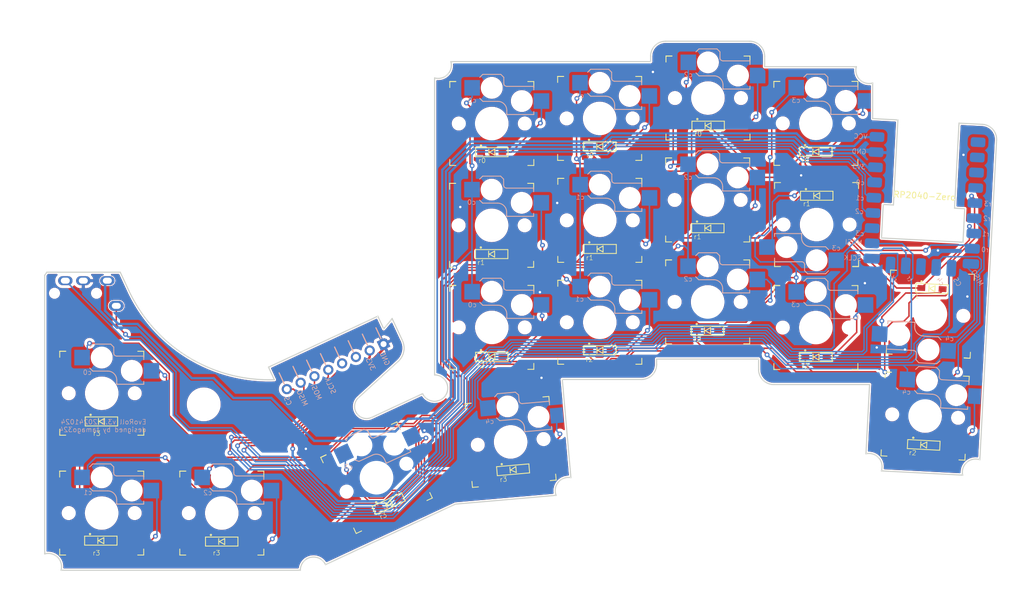
<source format=kicad_pcb>
(kicad_pcb (version 20221018) (generator pcbnew)
  (layers (0 "F.Cu" signal) (31 "B.Cu" signal) (34 "B.Paste" user) (35 "F.Paste" user) (36 "B.SilkS" user "B.Silkscreen") (37 "F.SilkS" user "F.Silkscreen") (38 "B.Mask" user) (39 "F.Mask" user) (44 "Edge.Cuts" user))
  (net 0 "")
  (net 1 "row0")
  (net 2 "Net-(D1-A)")
  (net 3 "Net-(D2-A)")
  (net 4 "Net-(D3-A)")
  (net 5 "row1")
  (net 6 "row2")
  (net 7 "GND")
  (net 8 "VCC")
  (net 9 "3V3")
  (net 10 "row3")
  (net 12 "SCLK")
  (net 13 "MOSI")
  (net 14 "MISO")
  (net 15 "CS")
  (net 16 "col0")
  (net 17 "col1")
  (net 18 "col2")
  (net 19 "Net-(D4-A)")
  (net 20 "Net-(D5-A)")
  (net 23 "Net-(D6-A)")
  (net 24 "Net-(D7-A)")
  (net 25 "Net-(D8-A)")
  (net 26 "Net-(D9-A)")
  (net 27 "Net-(D10-A)")
  (net 28 "Net-(D11-A)")
  (net 29 "Net-(D12-A)")
  (net 30 "Net-(D13-A)")
  (net 31 "Net-(D14-A)")
  (net 32 "Net-(D15-A)")
  (net 33 "Net-(D16-A)")
  (net 34 "Net-(D17-A)")
  (net 35 "Net-(D18-A)")
  (net 36 "Net-(D19-A)")
  (net 39 "data-tx-r")
  (net 40 "data-rx-r")
  (net 41 "col4")
  (net 42 "col3")
  (footprint "evoroll:D3_SMD" (layer "F.Cu") (at 89.65 74.275)
    (fp_text reference "D10" hide)
    (fp_text value "D" hide)
  )
  (footprint "evoroll:Kailh_socket_PG1350" (layer "F.Cu") (at 24.654 80.362 180)
    (fp_text reference "SW15" hide)
    (fp_text value "SW_PUSH")
  )
  (footprint "evoroll:RP2040-Zero" (layer "F.Cu") (at 150.932026 60.347831 -3)
    (fp_text reference "RZ1")
    (fp_text value "RP2040-Zero")
  )
  (footprint "evoroll:Kailh_socket_PG1350" (layer "F.Cu") (at 89.65 35.375 180)
    (fp_text reference "SW1" hide)
    (fp_text value "SW_PUSH")
  )
  (footprint "evoroll:D3_SMD" (layer "F.Cu") (at 89.65 40.15)
    (fp_text reference "D1" hide)
    (fp_text value "D" hide)
  )
  (footprint "evoroll:D3_SMD" (layer "F.Cu") (at 107.7 56.3)
    (fp_text reference "D6" hide)
    (fp_text value "D" hide)
  )
  (footprint "evoroll:Kailh_socket_PG1350" (layer "F.Cu") (at 125.625 65.125 180)
    (fp_text reference "SW12" hide)
    (fp_text value "SW_PUSH")
  )
  (footprint "evoroll:Kailh_socket_PG1350" (layer "F.Cu") (at 92.793577 88.477358 -175)
    (fp_text reference "SW19" hide)
    (fp_text value "SW_PUSH")
  )
  (footprint "evoroll:Kailh_socket_PG1350" (layer "F.Cu") (at 24.6462 100.3398 180)
    (fp_text reference "SW16" hide)
    (fp_text value "SW_PUSH")
  )
  (footprint "evoroll:Kailh_socket_PG1350" (layer "F.Cu") (at 125.675 31.125 180)
    (fp_text reference "SW3" hide)
    (fp_text value "SW_PUSH")
  )
  (footprint "evoroll:Kailh_socket_PG1350" (layer "F.Cu") (at 89.65 69.375 180)
    (fp_text reference "SW10" hide)
    (fp_text value "SW_PUSH")
  )
  (footprint "evoroll:PinSocket_1x08_P2.54mm" (layer "F.Cu") (at 71.612131 72.159298 -65)
    (fp_text reference "J1" hide)
    (fp_text value "Conn_01x08_Socket")
  )
  (footprint "evoroll:D3_SMD" (layer "F.Cu") (at 93.2 93.125 5)
    (fp_text reference "D19" hide)
    (fp_text value "D" hide)
  )
  (footprint "evoroll:D3_SMD" (layer "F.Cu") (at 125.6 69.925)
    (fp_text reference "D12" hide)
    (fp_text value "D" hide)
  )
  (footprint "evoroll:D3_SMD" (layer "F.Cu") (at 24.5032 104.9428)
    (fp_text reference "D16" hide)
    (fp_text value "D" hide)
  )
  (footprint "evoroll:MJ-4PP-9" (layer "F.Cu") (at 15.2822 63.685 90)
    (fp_text reference "J2")
    (fp_text value "MJ-4PP-9" hide)
  )
  (footprint "evoroll:Kailh_socket_PG1350" (layer "F.Cu") (at 107.65 51.525 180)
    (fp_text reference "SW6" hide)
    (fp_text value "SW_PUSH")
  )
  (footprint "evoroll:Kailh_socket_PG1350" (layer "F.Cu") (at 107.625 34.525 180)
    (fp_text reference "SW2" hide)
    (fp_text value "SW_PUSH")
  )
  (footprint "evoroll:D3_SMD" (layer "F.Cu") (at 89.625 57.15)
    (fp_text reference "D5" hide)
    (fp_text value "D" hide)
  )
  (footprint "evoroll:Kailh_socket_PG1350" (layer "F.Cu") (at 143.65 69.4 180)
    (fp_text reference "SW13" hide)
    (fp_text value "SW_PUSH")
  )
  (footprint "evoroll:D3_SMD" (layer "F.Cu") (at 125.65 52.825)
    (fp_text reference "D7" hide)
    (fp_text value "D" hide)
  )
  (footprint "evoroll:Kailh_socket_PG1350" (layer "F.Cu") (at 162.734113 67.163246 -3)
    (fp_text reference "SW9" hide)
    (fp_text value "SW_PUSH")
  )
  (footprint "evoroll:D3_SMD" (layer "F.Cu") (at 163 62.9 -3)
    (fp_text reference "D9" hide)
    (fp_text value "D" hide)
  )
  (footprint "evoroll:Kailh_socket_PG1350" (layer "F.Cu") (at 89.625 52.35 180)
    (fp_text reference "SW5" hide)
    (fp_text value "SW_PUSH")
  )
  (footprint "evoroll:D3_SMD" (layer "F.Cu") (at 143.8 47.41679)
    (fp_text reference "D8" hide)
    (fp_text value "D" hide)
  )
  (footprint "evoroll:D3_SMD" (layer "F.Cu") (at 143.65 40.083211)
    (fp_text reference "D4" hide)
    (fp_text value "D" hide)
  )
  (footprint "evoroll:D3_SMD" (layer "F.Cu") (at 107.65 39.208211)
    (fp_text reference "D2" hide)
    (fp_text value "D" hide)
  )
  (footprint "evoroll:Kailh_socket_PG1350" (layer "F.Cu") (at 44.659 100.3454 180)
    (fp_text reference "SW17" hide)
    (fp_text value "SW_PUSH")
  )
  (footprint "evoroll:D3_SMD" (layer "F.Cu") (at 24.6048 85.059211)
    (fp_text reference "D15" hide)
    (fp_text value "D" hide)
  )
  (footprint "evoroll:D3_SMD" (layer "F.Cu") (at 72.475 98.775 25)
    (fp_text reference "D18" hide)
    (fp_text value "D" hide)
  )
  (footprint "evoroll:D3_SMD" (layer "F.Cu") (at 161.625 88.975 -3)
    (fp_text reference "D14" hide)
    (fp_text value "D" hide)
  )
  (footprint "evoroll:Kailh_socket_PG1350" (layer "F.Cu") (at 125.625 48.125 180)
    (fp_text reference "SW7" hide)
    (fp_text value "SW_PUSH")
  )
  (footprint "evoroll:D3_SMD" (layer "F.Cu") (at 44.6454 105.0952)
    (fp_text reference "D17" hide)
    (fp_text value "D" hide)
  )
  (footprint "evoroll:Kailh_socket_PG1350" (layer "F.Cu") (at 107.65 68.525 180)
    (fp_text reference "SW11" hide)
    (fp_text value "SW_PUSH")
  )
  (footprint "evoroll:D3_SMD" (layer "F.Cu") (at 143.675 74.308211)
    (fp_text reference "D13" hide)
    (fp_text value "D" hide)
  )
  (footprint "evoroll:D3_SMD" (layer "F.Cu") (at 107.675 73.2)
    (fp_text reference "D11" hide)
    (fp_text value "D" hide)
  )
  (footprint "evoroll:M2_HOLE_v2_5mm" (layer "F.Cu") (at 41.6482 82.2098)
    (fp_text reference "Ref**" hide)
    (fp_text value "Val**" hide)
  )
  (footprint "evoroll:Kailh_socket_PG1350" (layer "F.Cu") (at 143.65 35.35 180)
    (fp_text reference "SW4" hide)
    (fp_text value "SW_PUSH")
  )
  (footprint "evoroll:Kailh_socket_PG1350" (layer "F.Cu") (at 161.863601 84.166846 177)
    (fp_text reference "SW14" hide)
    (fp_text value "SW_PUSH")
  )
  (footprint "evoroll:D3_SMD" (layer "F.Cu") (at 125.7 35.733211)
    (fp_text reference "D3" hide)
    (fp_text value "D" hide)
  )
  (footprint "evoroll:Kailh_socket_PG1350" (layer "F.Cu") (at 143.775 52.225)
    (fp_text reference "SW8" hide)
    (fp_text value "SW_PUSH")
  )
  (footprint "evoroll:Kailh_socket_PG1350" (layer "F.Cu") (at 70.439579 94.442531 -155)
    (fp_text reference "SW18" hide)
    (fp_text value "SW_PUSH")
  )
  (gr_arc (start 117.116743 75.553687) (mid 116.384497 77.32142) (end 114.616743 78.053687) (stroke (width 0.2)) (layer "Edge.Cuts"))
  (gr_arc (start 132.616743 21.653687) (mid 134.384525 22.385908) (end 135.116743 24.153687) (stroke (width 0.2)) (layer "Edge.Cuts"))
  (gr_line (start 166.764749 49.492797) (end 167.50792 35.312258) (stroke (width 0.2)) (layer "Edge.Cuts"))
  (gr_line (start 73.044232 67.89588) (end 74.752574 71.559432) (stroke (width 0.2)) (layer "Edge.Cuts"))
  (gr_arc (start 152.000945 90.450705) (mid 154.124262 91.123722) (end 154.571647 93.305759) (stroke (width 0.2)) (layer "Edge.Cuts"))
  (gr_line (start 153.116743 34.558048) (end 153.116743 28.620288) (stroke (width 0.2)) (layer "Edge.Cuts"))
  (gr_line (start 134.116743 74.653687) (end 134.116743 76.403687) (stroke (width 0.2)) (layer "Edge.Cuts"))
  (gr_line (start 157.321899 34.778431) (end 156.578728 48.958971) (stroke (width 0.2)) (layer "Edge.Cuts"))
  (gr_arc (start 100.362008 97.380789) (mid 100.732944 95.184419) (end 102.831504 94.437758) (stroke (width 0.2)) (layer "Edge.Cuts"))
  (gr_line (start 29.168469 63.246423) (end 27.734189 60.1706) (stroke (width 0.2)) (layer "Edge.Cuts"))
  (gr_line (start 150.400142 25.903687) (end 135.116743 25.903687) (stroke (width 0.2)) (layer "Edge.Cuts"))
  (gr_arc (start 57.747013 109.8706) (mid 59.470845 107.722748) (end 61.94089 108.940839) (stroke (width 0.2)) (layer "Edge.Cuts"))
  (gr_line (start 74.058994 75.040426) (end 67.433736 81.103499) (stroke (width 0.2)) (layer "Edge.Cuts"))
  (gr_arc (start 74.752574 71.559432) (mid 74.975818 73.413507) (end 74.058994 75.040426) (stroke (width 0.2)) (layer "Edge.Cuts"))
  (gr_line (start 15.508237 60.1706) (end 15.156 60.6706) (stroke (width 0.2)) (layer "Edge.Cuts"))
  (gr_line (start 101.398083 78.053687) (end 114.616743 78.053687) (stroke (width 0.2)) (layer "Edge.Cuts"))
  (gr_line (start 152.606098 78.903687) (end 152.000945 90.450705) (stroke (width 0.2)) (layer "Edge.Cuts"))
  (gr_line (start 135.116743 25.903687) (end 135.116743 24.153687) (stroke (width 0.2)) (layer "Edge.Cuts"))
  (gr_line (start 15.156 60.6706) (end 15.156 107.153998) (stroke (width 0.2)) (layer "Edge.Cuts"))
  (gr_line (start 168.169338 55.174094) (end 168.462419 49.581769) (stroke (width 0.2)) (layer "Edge.Cuts"))
  (gr_arc (start 80.116743 77.30112) (mid 81.972202 80.683173) (end 78.122866 80.43088) (stroke (width 0.2)) (layer "Edge.Cuts"))
  (gr_line (start 17.872601 109.8706) (end 57.747013 109.8706) (stroke (width 0.2)) (layer "Edge.Cuts"))
  (gr_line (start 170.974906 91.445088) (end 173.768309 38.143782) (stroke (width 0.2)) (layer "Edge.Cuts"))
  (gr_line (start 61.94089 108.940839) (end 83.583517 98.848717) (stroke (width 0.2)) (layer "Edge.Cuts"))
  (gr_line (start 27.734189 60.1706) (end 15.508237 60.1706) (stroke (width 0.2)) (layer "Edge.Cuts"))
  (gr_line (start 154.571647 93.305759) (end 168.119852 94.01579) (stroke (width 0.2)) (layer "Edge.Cuts"))
  (gr_arc (start 82.833344 25.053687) (mid 82.272378 27.209322) (end 80.116743 27.770288) (stroke (width 0.2)) (layer "Edge.Cuts"))
  (gr_line (start 116.116743 25.053687) (end 82.833344 25.053687) (stroke (width 0.2)) (layer "Edge.Cuts"))
  (gr_line (start 156.578728 48.958971) (end 154.881058 48.87) (stroke (width 0.2)) (layer "Edge.Cuts"))
  (gr_line (start 53.416852 78.097884) (end 52.441532 76.006303) (stroke (width 0.2)) (layer "Edge.Cuts"))
  (gr_line (start 154.587976 54.462325) (end 168.169338 55.174094) (stroke (width 0.2)) (layer "Edge.Cuts"))
  (gr_arc (start 116.116743 24.153687) (mid 116.848963 22.385887) (end 118.616743 21.653687) (stroke (width 0.2)) (layer "Edge.Cuts"))
  (gr_line (start 117.116743 75.553687) (end 117.116743 74.653687) (stroke (width 0.2)) (layer "Edge.Cuts"))
  (gr_line (start 80.116743 27.770288) (end 80.116743 77.30112) (stroke (width 0.2)) (layer "Edge.Cuts"))
  (gr_line (start 171.402575 35.516368) (end 167.50792 35.312258) (stroke (width 0.2)) (layer "Edge.Cuts"))
  (gr_line (start 70.658319 67.511676) (end 71.633639 69.603257) (stroke (width 0.2)) (layer "Edge.Cuts"))
  (gr_arc (start 171.402575 35.516368) (mid 173.129634 36.340099) (end 173.768309 38.143782) (stroke (width 0.2)) (layer "Edge.Cuts"))
  (gr_line (start 136.616743 78.903687) (end 152.606098 78.903687) (stroke (width 0.2)) (layer "Edge.Cuts"))
  (gr_arc (start 15.156 107.153998) (mid 17.311634 107.714965) (end 17.872601 109.8706) (stroke (width 0.2)) (layer "Edge.Cuts"))
  (gr_line (start 102.831504 94.437758) (end 101.398083 78.053687) (stroke (width 0.2)) (layer "Edge.Cuts"))
  (gr_line (start 157.321899 34.778431) (end 153.116743 34.558048) (stroke (width 0.2)) (layer "Edge.Cuts"))
  (gr_line (start 117.116743 74.653687) (end 134.116743 74.653687) (stroke (width 0.2)) (layer "Edge.Cuts"))
  (gr_arc (start 53.416852 78.097884) (mid 39.056802 74.3227) (end 29.168469 63.246423) (stroke (width 0.2)) (layer "Edge.Cuts"))
  (gr_line (start 154.881058 48.87) (end 154.587976 54.462325) (stroke (width 0.2)) (layer "Edge.Cuts"))
  (gr_arc (start 153.116743 28.620288) (mid 150.961133 28.059302) (end 150.400142 25.903687) (stroke (width 0.2)) (layer "Edge.Cuts"))
  (gr_arc (start 69.629201 84.391541) (mid 67.120666 83.68953) (end 67.433736 81.103499) (stroke (width 0.2)) (layer "Edge.Cuts"))
  (gr_arc (start 168.119852 94.01579) (mid 168.792857 91.892426) (end 170.974906 91.445088) (stroke (width 0.2)) (layer "Edge.Cuts"))
  (gr_line (start 78.122866 80.43088) (end 69.629201 84.391541) (stroke (width 0.2)) (layer "Edge.Cuts"))
  (gr_line (start 116.116743 24.153687) (end 116.116743 25.053687) (stroke (width 0.2)) (layer "Edge.Cuts"))
  (gr_arc (start 136.616743 78.903687) (mid 134.848991 78.171442) (end 134.116743 76.403687) (stroke (width 0.2)) (layer "Edge.Cuts"))
  (gr_line (start 52.441532 76.006303) (end 70.658319 67.511676) (stroke (width 0.2)) (layer "Edge.Cuts"))
  (gr_line (start 166.764749 49.492797) (end 168.462419 49.581769) (stroke (width 0.2)) (layer "Edge.Cuts"))
  (gr_line (start 83.583517 98.848717) (end 100.362008 97.380789) (stroke (width 0.2)) (layer "Edge.Cuts"))
  (gr_arc (start 73.044232 67.89588) (mid 72.3573 68.764741) (end 71.633639 69.603257) (stroke (width 0.2)) (layer "Edge.Cuts"))
  (gr_line (start 132.616743 21.653687) (end 118.616743 21.653687) (stroke (width 0.2)) (layer "Edge.Cuts"))
  (gr_text "MOSI" (at 60.6 81.675 295) (layer "B.SilkS") (effects (font (size 0.8 0.8) (thickness 0.1)) (justify left bottom mirror)))
  (gr_text "c1" (at 105.075 31.2) (layer "B.SilkS") (effects (font (size 0.8 0.8) (thickness 0.08)) (justify left bottom mirror)))
  (gr_text "SCLK" (at 62.975 80.675 295) (layer "B.SilkS") (effects (font (size 0.8 0.8) (thickness 0.1)) (justify left bottom mirror)))
  (gr_text "MOSI" (at 151.425 55.725 357) (layer "B.SilkS") (effects (font (size 0.8 0.8) (thickness 0.08)) (justify left bottom mirror)))
  (gr_text "GND" (at 152.1 40.575 357) (layer "B.SilkS") (effects (font (size 0.8 0.8) (thickness 0.08)) (justify left bottom mirror)))
  (gr_text "GND" (at 71.925 75.925 295) (layer "B.SilkS") (effects (font (size 0.8 0.8) (thickness 0.1)) (justify left bottom mirror)))
  (gr_text "c4" (at 90.075 85.525) (layer "B.SilkS") (effects (font (size 0.8 0.8) (thickness 0.08)) (justify left bottom mirror)))
  (gr_text "tr" (at 159.125 61.95 300) (layer "B.SilkS") (effects (font (size 0.8 0.8) (thickness 0.08)) (justify left bottom mirror)))
  (gr_text "c0" (at 23.025 77.35) (layer "B.SilkS") (effects (font (size 0.8 0.8) (thickness 0.08)) (justify left bottom mirror)))
  (gr_text "c3" (at 66.575 93.1) (layer "B.SilkS") (effects (font (size 0.8 0.8) (thickness 0.08)) (justify left bottom mirror)))
  (gr_text "c1" (at 23.1 97.375) (layer "B.SilkS") (effects (font (size 0.8 0.8) (thickness 0.08)) (justify left bottom mirror)))
  (gr_text "c3" (at 141.05 66.025) (layer "B.SilkS") (effects (font (size 0.8 0.8) (thickness 0.08)) (justify left bottom mirror)))
  (gr_text "CS" (at 55.575 82.6 295) (layer "B.SilkS") (effects (font (size 0.8 0.8) (thickness 0.1)) (justify left bottom mirror)))
  (gr_text "c1" (at 105.05 65.125) (layer "B.SilkS") (effects (font (size 0.8 0.8) (thickness 0.08)) (justify left bottom mirror)))
  (gr_text "c1" (at 151.75 48.3 357) (layer "B.SilkS") (effects (font (size 0.8 0.8) (thickness 0.08)) (justify left bottom mirror)))
  (gr_text "r2" (at 172.8 51.725 357) (layer "B.SilkS") (effects (font (size 0.8 0.8) (thickness 0.08)) (justify left bottom mirror)))
  (gr_text "c3" (at 141.125 31.975) (layer "B.SilkS") (effects (font (size 0.8 0.8) (thickness 0.08)) (justify left bottom mirror)))
  (gr_text "c2" (at 123.125 44.8) (layer "B.SilkS") (effects (font (size 0.8 0.8) (thickness 0.08)) (justify left bottom mirror)))
  (gr_text "c1" (at 105.15 48.125) (layer "B.SilkS") (effects (font (size 0.8 0.8) (thickness 0.08)) (justify left bottom mirror)))
  (gr_text "c4" (at 164.4 62.625 300) (layer "B.SilkS") (effects (font (size 0.8 0.8) (thickness 0.08)) (justify left bottom mirror)))
  (gr_text "c0" (at 87.05 48.975) (layer "B.SilkS") (effects (font (size 0.8 0.8) (thickness 0.08)) (justify left bottom mirror)))
  (gr_text "c2" (at 151.65 50.55 357) (layer "B.SilkS") (effects (font (size 0.8 0.8) (thickness 0.08)) (justify left bottom mirror)))
  (gr_text "r3" (at 172.95 49.275 357) (layer "B.SilkS") (effects (font (size 0.8 0.8) (thickness 0.08)) (justify left bottom mirror)))
  (gr_text "c3" (at 147.825 56.625) (layer "B.SilkS") (effects (font (size 0.8 0.8) (thickness 0.08)) (justify left bottom mirror)))
  (gr_text "SCLK" (at 151.325 58.35 357) (layer "B.SilkS") (effects (font (size 0.8 0.8) (thickness 0.08)) (justify left bottom mirror)))
  (gr_text "c2" (at 123.125 61.775) (layer "B.SilkS") (effects (font (size 0.8 0.8) (thickness 0.08)) (justify left bottom mirror)))
  (gr_text "rx" (at 156.65 61.95 300) (layer "B.SilkS") (effects (font (size 0.8 0.8) (thickness 0.08)) (justify left bottom mirror)))
  (gr_text "c0" (at 87.15 31.975) (layer "B.SilkS") (effects (font (size 0.8 0.8) (thickness 0.08)) (justify left bottom mirror)))
  (gr_text "c4" (at 159.5 80.65 357) (layer "B.SilkS") (effects (font (size 0.8 0.8) (thickness 0.08)) (justify left bottom mirror)))
  (gr_text "r1" (at 172.625 54.3 357) (layer "B.SilkS") (effects (font (size 0.8 0.8) (thickness 0.08)) (justify left bottom mirror)))
  (gr_text "c4" (at 166.675 71.75 357) (layer "B.SilkS") (effects (font (size 0.8 0.8) (thickness 0.08)) (justify left bottom mirror)))
  (gr_text "VCC" (at 152.275 38.05 357) (layer "B.SilkS") (effects (font (size 0.8 0.8) (thickness 0.08)) (justify left bottom mirror)))
  (gr_text "c0" (at 151.8 45.725 357) (layer "B.SilkS") (effects (font (size 0.8 0.8) (thickness 0.08)) (justify left bottom mirror)))
  (gr_text "c3" (at 151.725 54.225 357) (layer "B.SilkS") (effects (font (size 0.8 0.8) (thickness 0.08)) (justify left bottom mirror)))
  (gr_text "CS" (at 167.225 62.75 300) (layer "B.SilkS") (effects (font (size 0.8 0.8) (thickness 0.08)) (justify left bottom mirror)))
  (gr_text "c2" (at 43.075 97.425) (layer "B.SilkS") (effects (font (size 0.8 0.8) (thickness 0.08)) (justify left bottom mirror)))
  (gr_text "r0" (at 172.5 56.925 357) (layer "B.SilkS") (effects (font (size 0.8 0.8) (thickness 0.08)) (justify left bottom mirror)))
  (gr_text "c2" (at 123.175 27.7) (layer "B.SilkS") (effects (font (size 0.8 0.8) (thickness 0.08)) (justify left bottom mirror)))
  (gr_text "3V3" (at 151.975 43.1 357) (layer "B.SilkS") (effects (font (size 0.8 0.8) (thickness 0.08)) (justify left bottom mirror)))
  (gr_text "EvoRoll v3.1 20241024\ndesigned by tamago324" (at 32.125 86.9) (layer "B.SilkS") (effects (font (size 0.8 0.8) (thickness 0.08)) (justify left bottom mirror)))
  (gr_text "MISO" (at 170.9 62.65 300) (layer "B.SilkS") (effects (font (size 0.8 0.8) (thickness 0.08)) (justify left bottom mirror)))
  (gr_text "MISO" (at 58.275 82.7 295) (layer "B.SilkS") (effects (font (size 0.8 0.8) (thickness 0.1)) (justify left bottom mirror)))
  (gr_text "c0" (at 87.175 66.075) (layer "B.SilkS") (effects (font (size 0.8 0.8) (thickness 0.08)) (justify left bottom mirror)))
  (gr_text "3V3" (at 69.525 76.75 295) (layer "B.SilkS") (effects (font (size 0.8 0.8) (thickness 0.1)) (justify left bottom mirror)))
  (gr_text "r2" (at 105.225 75.2) (layer "F.SilkS") (effects (font (size 0.8 0.8) (thickness 0.08)) (justify left bottom)))
  (gr_text "r1" (at 123.25 54.725) (layer "F.SilkS") (effects (font (size 0.8 0.8) (thickness 0.08)) (justify left bottom)))
  (gr_text "r1" (at 159.575 64.6) (layer "F.SilkS") (effects (font (size 0.8 0.8) (thickness 0.08)) (justify left bottom)))
  (gr_text "r0" (at 105.35 41.075) (layer "F.SilkS") (effects (font (size 0.8 0.8) (thickness 0.08)) (justify left bottom)))
  (gr_text "r3" (at 23.15 87.525) (layer "F.SilkS") (effects (font (size 0.8 0.8) (thickness 0.08)) (justify left bottom)))
  (gr_text "r1" (at 141.45 49.225) (layer "F.SilkS") (effects (font (size 0.8 0.8) (thickness 0.08)) (justify left bottom)))
  (gr_text "r3" (at 71.125 101.525 25) (layer "F.SilkS") (effects (font (size 0.8 0.8) (thickness 0.08)) (justify left bottom)))
  (gr_text "r3" (at 90.95 95.25 5) (layer "F.SilkS") (effects (font (size 0.8 0.8) (thickness 0.08)) (justify left bottom)))
  (gr_text "r2" (at 87.125 76.2) (layer "F.SilkS") (effects (font (size 0.8 0.8) (thickness 0.08)) (justify left bottom)))
  (gr_text "r0" (at 123.35 37.575) (layer "F.SilkS") (effects (font (size 0.8 0.8) (thickness 0.08)) (justify left bottom)))
  (gr_text "r2" (at 159.075 90.725 357) (layer "F.SilkS") (effects (font (size 0.8 0.8) (thickness 0.08)) (justify left bottom)))
  (gr_text "r2" (at 141.2 76.3) (layer "F.SilkS") (effects (font (size 0.8 0.8) (thickness 0.08)) (justify left bottom)))
  (gr_text "r3" (at 23.075 107.475) (layer "F.SilkS") (effects (font (size 0.8 0.8) (thickness 0.08)) (justify left bottom)))
  (gr_text "r0" (at 141.2 42) (layer "F.SilkS") (effects (font (size 0.8 0.8) (thickness 0.08)) (justify left bottom)))
  (gr_text "r2" (at 123.225 71.875) (layer "F.SilkS") (effects (font (size 0.8 0.8) (thickness 0.08)) (justify left bottom)))
  (gr_text "r1" (at 105.275 58.225) (layer "F.SilkS") (effects (font (size 0.8 0.8) (thickness 0.08)) (justify left bottom)))
  (gr_text "r3" (at 43.1 107.45) (layer "F.SilkS") (effects (font (size 0.8 0.8) (thickness 0.08)) (justify left bottom)))
  (gr_text "r0" (at 87.35 42.025) (layer "F.SilkS") (effects (font (size 0.8 0.8) (thickness 0.08)) (justify left bottom)))
  (gr_text "r1" (at 87.175 59.025) (layer "F.SilkS") (effects (font (size 0.8 0.8) (thickness 0.08)) (justify left bottom)))
  (segment (start 147.45 52.508604) (end 147.45 47.51679) (width 0.25) (layer "F.Cu") (net 1))
  (segment (start 109.125 43.325) (end 121.1 43.325) (width 0.25) (layer "F.Cu") (net 1))
  (segment (start 161.95 56.525) (end 151.466396 56.525) (width 0.25) (layer "F.Cu") (net 1))
  (segment (start 105.625 42.075) (end 106.75 40.95) (width 0.25) (layer "F.Cu") (net 1))
  (segment (start 87.875 40.15) (end 89.8 42.075) (width 0.25) (layer "F.Cu") (net 1))
  (segment (start 105.875 39.208211) (end 105.875 40.075) (width 0.25) (layer "F.Cu") (net 1))
  (segment (start 151.466396 56.525) (end 147.45 52.508604) (width 0.25) (layer "F.Cu") (net 1))
  (segment (start 147.45 47.51679) (end 146.55 46.61679) (width 0.25) (layer "F.Cu") (net 1))
  (segment (start 105.875 40.075) (end 106.75 40.95) (width 0.25) (layer "F.Cu") (net 1))
  (segment (start 141.875 42.175) (end 141.875 40.083211) (width 0.25) (layer "F.Cu") (net 1))
  (segment (start 122.95 41.475) (end 122.95 36.708211) (width 0.25) (layer "F.Cu") (net 1))
  (segment (start 89.8 42.075) (end 105.625 42.075) (width 0.25) (layer "F.Cu") (net 1))
  (segment (start 137.608211 44.35) (end 141.875 40.083211) (width 0.25) (layer "F.Cu") (net 1))
  (segment (start 106.75 40.95) (end 109.125 43.325) (width 0.25) (layer "F.Cu") (net 1))
  (segment (start 121.1 43.325) (end 122.95 41.475) (width 0.25) (layer "F.Cu") (net 1))
  (segment (start 146.55 46.61679) (end 146.31679 46.61679) (width 0.25) (layer "F.Cu") (net 1))
  (segment (start 123.925 35.733211) (end 125.833211 35.733211) (width 0.25) (layer "F.Cu") (net 1))
  (segment (start 122.95 36.708211) (end 123.925 35.733211) (width 0.25) (layer "F.Cu") (net 1))
  (segment (start 134.45 44.35) (end 137.608211 44.35) (width 0.25) (layer "F.Cu") (net 1))
  (segment (start 146.31679 46.61679) (end 141.875 42.175) (width 0.25) (layer "F.Cu") (net 1))
  (segment (start 125.833211 35.733211) (end 134.45 44.35) (width 0.25) (layer "F.Cu") (net 1))
  (via (at 161.95 56.525) (size 0.8) (drill 0.4) (layers "F.Cu" "B.Cu") (net 1))
  (segment (start 168.3982 55.65) (end 168.953526 56.205326) (width 0.25) (layer "B.Cu") (net 1))
  (segment (start 162.825 55.65) (end 168.3982 55.65) (width 0.25) (layer "B.Cu") (net 1))
  (segment (start 161.95 56.525) (end 162.825 55.65) (width 0.25) (layer "B.Cu") (net 1))
  (segment (start 92.9 40.15) (end 91.425 40.15) (width 0.25) (layer "F.Cu") (net 2))
  (segment (start 97.75 35.3) (end 92.9 40.15) (width 0.25) (layer "F.Cu") (net 2))
  (via (at 97.75 35.3) (size 0.8) (drill 0.4) (layers "F.Cu" "B.Cu") (net 2))
  (segment (start 97.925 31.625) (end 97.925 35.125) (width 0.25) (layer "B.Cu") (net 2))
  (segment (start 97.925 35.125) (end 97.75 35.3) (width 0.25) (layer "B.Cu") (net 2))
  (segment (start 115.125 36.05) (end 111.966789 39.208211) (width 0.25) (layer "F.Cu") (net 3))
  (segment (start 111.966789 39.208211) (end 109.425 39.208211) (width 0.25) (layer "F.Cu") (net 3))
  (via (at 115.125 36.05) (size 0.8) (drill 0.4) (layers "F.Cu" "B.Cu") (net 3))
  (segment (start 115.9 30.775) (end 115.9 35.275) (width 0.25) (layer "B.Cu") (net 3))
  (segment (start 115.9 35.275) (end 115.125 36.05) (width 0.25) (layer "B.Cu") (net 3))
  (segment (start 133.675 34.25) (end 133.675 34.2) (width 0.25) (layer "F.Cu") (net 4))
  (segment (start 127.475 35.733211) (end 132.141789 35.733211) (width 0.25) (layer "F.Cu") (net 4))
  (segment (start 132.141789 35.733211) (end 133.625 34.25) (width 0.25) (layer "F.Cu") (net 4))
  (segment (start 133.625 34.25) (end 133.675 34.25) (width 0.25) (layer "F.Cu") (net 4))
  (segment (start 133.675 34.2) (end 133.625 34.25) (width 0.25) (layer "F.Cu") (net 4))
  (via (at 133.675 34.25) (size 0.8) (drill 0.4) (layers "F.Cu" "B.Cu") (net 4))
  (segment (start 133.95 33.975) (end 133.95 27.375) (width 0.25) (layer "B.Cu") (net 4))
  (segment (start 133.675 34.25) (end 133.95 33.975) (width 0.25) (layer "B.Cu") (net 4))
  (segment (start 105.925 56.3) (end 103.725 58.5) (width 0.25) (layer "F.Cu") (net 5))
  (segment (start 134.08679 54.455) (end 122.245 54.455) (width 0.25) (layer "F.Cu") (net 5))
  (segment (start 123.875 52.825) (end 122.245 54.455) (width 0.25) (layer "F.Cu") (net 5))
  (segment (start 103.725 58.5) (end 89.2 58.5) (width 0.25) (layer "F.Cu") (net 5))
  (segment (start 116.974695 58.5) (end 103.6 58.5) (width 0.25) (layer "F.Cu") (net 5))
  (segment (start 143.89179 47.41679) (end 142.025 47.41679) (width 0.25) (layer "F.Cu") (net 5))
  (segment (start 142.025 47.41679) (end 141.125 47.41679) (width 0.25) (layer "F.Cu") (net 5))
  (segment (start 161.227433 62.807104) (end 157.112104 62.807104) (width 0.25) (layer "F.Cu") (net 5))
  (segment (start 147 52.695) (end 147 50.525) (width 0.25) (layer "F.Cu") (net 5))
  (segment (start 121.019695 54.455) (end 116.974695 58.5) (width 0.25) (layer "F.Cu") (net 5))
  (segment (start 147 50.525) (end 143.89179 47.41679) (width 0.25) (layer "F.Cu") (net 5))
  (segment (start 89.2 58.5) (end 87.85 57.15) (width 0.25) (layer "F.Cu") (net 5))
  (segment (start 169.241616 54.792921) (end 161.227433 62.807104) (width 0.25) (layer "F.Cu") (net 5))
  (segment (start 141.125 47.41679) (end 134.08679 54.455) (width 0.25) (layer "F.Cu") (net 5))
  (segment (start 157.112104 62.807104) (end 147 52.695) (width 0.25) (layer "F.Cu") (net 5))
  (segment (start 169.241616 52.534974) (end 169.241616 54.792921) (width 0.25) (layer "F.Cu") (net 5))
  (segment (start 122.245 54.455) (end 121.019695 54.455) (width 0.25) (layer "F.Cu") (net 5))
  (via (at 169.241616 52.534974) (size 0.8) (drill 0.4) (layers "F.Cu" "B.Cu") (net 5))
  (segment (start 169.241616 53.639767) (end 169.206295 53.675088) (width 0.25) (layer "B.Cu") (net 5))
  (segment (start 169.241616 52.534974) (end 169.241616 53.639767) (width 0.25) (layer "B.Cu") (net 5))
  (segment (start 140.325 76.775) (end 143.075 76.775) (width 0.25) (layer "F.Cu") (net 6))
  (segment (start 111.961396 74.125) (end 113.236396 72.85) (width 0.25) (layer "F.Cu") (net 6))
  (segment (start 123.825 69.925) (end 123.825 71.75) (width 0.25) (layer "F.Cu") (net 6))
  (segment (start 109.375 74.125) (end 111.961396 74.125) (width 0.25) (layer "F.Cu") (net 6))
  (segment (start 108.425 75.075) (end 109.375 74.125) (width 0.25) (layer "F.Cu") (net 6))
  (segment (start 105.9 74.2) (end 106.775 75.075) (width 0.25) (layer "F.Cu") (net 6))
  (segment (start 163.3875 80.7125) (end 167.275 76.825) (width 0.25) (layer "F.Cu") (net 6))
  (segment (start 124.925 72.85) (end 136.4 72.85) (width 0.25) (layer "F.Cu") (net 6))
  (segment (start 136.4 72.85) (end 140.325 76.775) (width 0.25) (layer "F.Cu") (net 6))
  (segment (start 141.9 74.308211) (end 141.9 75.6) (width 0.25) (layer "F.Cu") (net 6))
  (segment (start 123.825 71.75) (end 124.925 72.85) (width 0.25) (layer "F.Cu") (net 6))
  (segment (start 143.075 76.775) (end 153.575 76.775) (width 0.25) (layer "F.Cu") (net 6))
  (segment (start 113.236396 72.85) (end 124.925 72.85) (width 0.25) (layer "F.Cu") (net 6))
  (segment (start 141.9 75.6) (end 143.075 76.775) (width 0.25) (layer "F.Cu") (net 6))
  (segment (start 153.575 76.775) (end 157.5125 80.7125) (width 0.25) (layer "F.Cu") (net 6))
  (segment (start 157.5125 80.7125) (end 163.3875 80.7125) (width 0.25) (layer "F.Cu") (net 6))
  (segment (start 158.25 87.279671) (end 159.852433 88.882104) (width 0.25) (layer "F.Cu") (net 6))
  (segment (start 105.9 73.2) (end 105.9 74.2) (width 0.25) (layer "F.Cu") (net 6))
  (segment (start 158.25 81.45) (end 158.25 87.279671) (width 0.25) (layer "F.Cu") (net 6))
  (segment (start 157.5125 80.7125) (end 158.25 81.45) (width 0.25) (layer "F.Cu") (net 6))
  (segment (start 87.875 74.275) (end 88.675 75.075) (width 0.25) (layer "F.Cu") (net 6))
  (segment (start 88.675 75.075) (end 108.425 75.075) (width 0.25) (layer "F.Cu") (net 6))
  (via (at 167.275 76.825) (size 0.8) (drill 0.4) (layers "F.Cu" "B.Cu") (net 6))
  (segment (start 171.661016 53.148204) (end 171.661016 59.677703) (width 0.25) (layer "B.Cu") (net 6))
  (segment (start 169.6451 51.132288) (end 171.661016 53.148204) (width 0.25) (layer "B.Cu") (net 6))
  (segment (start 169.219392 51.132288) (end 169.6451 51.132288) (width 0.25) (layer "B.Cu") (net 6))
  (segment (start 167.384481 72.221633) (end 167.384481 76.665519) (width 0.25) (layer "B.Cu") (net 6))
  (segment (start 170.95 60.388719) (end 170.95 68.656114) (width 0.25) (layer "B.Cu") (net 6))
  (segment (start 171.661016 59.677703) (end 170.95 60.388719) (width 0.25) (layer "B.Cu") (net 6))
  (segment (start 170.95 68.656114) (end 167.384481 72.221633) (width 0.25) (layer "B.Cu") (net 6))
  (segment (start 64.034188 77.6) (end 66.973528 77.6) (width 0.4) (layer "F.Cu") (net 7))
  (segment (start 60.4 81.234188) (end 64.034188 77.6) (width 0.4) (layer "F.Cu") (net 7))
  (segment (start 57.875 88.116728) (end 60.4 85.591728) (width 0.4) (layer "F.Cu") (net 7))
  (segment (start 57.875 88.8354) (end 57.875 88.116728) (width 0.4) (layer "F.Cu") (net 7))
  (segment (start 60.4 85.591728) (end 60.4 81.234188) (width 0.4) (layer "F.Cu") (net 7))
  (segment (start 71.612131 72.961397) (end 71.612131 72.159298) (width 0.4) (layer "F.Cu") (net 7))
  (segment (start 66.973528 77.6) (end 71.612131 72.961397) (width 0.4) (layer "F.Cu") (net 7))
  (segment (start 58.6662 89.6266) (end 57.875 88.8354) (width 0.4) (layer "F.Cu") (net 7))
  (via (at 97.9346 77.7902) (size 0.8) (drill 0.4) (layers "F.Cu" "B.Cu") (net 7))
  (via (at 78.425 86.575) (size 0.8) (drill 0.4) (layers "F.Cu" "B.Cu") (net 7))
  (via (at 151.825 62) (size 0.8) (drill 0.4) (layers "F.Cu" "B.Cu") (net 7))
  (via (at 100.55 48.625) (size 0.8) (drill 0.4) (layers "F.Cu" "B.Cu") (net 7))
  (via (at 168.25 40.6) (size 0.8) (drill 0.4) (layers "F.Cu" "B.Cu") (net 7))
  (via (at 168.9 64.225) (size 0.8) (drill 0.4) (layers "F.Cu" "B.Cu") (net 7))
  (via (at 158.5 73.075) (size 0.8) (drill 0.4) (layers "F.Cu" "B.Cu") (net 7))
  (via (at 58.6662 89.6266) (size 0.8) (drill 0.4) (layers "F.Cu" "B.Cu") (net 7))
  (via (at 97.675 63.5) (size 0.8) (drill 0.4) (layers "F.Cu" "B.Cu") (net 7))
  (via (at 153.8 72.725) (size 0.8) (drill 0.4) (layers "F.Cu" "B.Cu") (net 7))
  (via (at 141.2 44.025) (size 0.8) (drill 0.4) (layers "F.Cu" "B.Cu") (net 7))
  (via (at 116.5 26.775) (size 0.8) (drill 0.4) (layers "F.Cu" "B.Cu") (net 7))
  (via (at 84.4 49.3) (size 0.8) (drill 0.4) (layers "F.Cu" "B.Cu") (net 7))
  (via (at 164 56.55) (size 0.8) (drill 0.4) (layers "F.Cu" "B.Cu") (net 7))
  (segment (start 61.77297 95.275) (end 58.844 92.34603) (width 0.4) (layer "B.Cu") (net 7))
  (segment (start 86.368528 38.98) (end 82 43.348528) (width 0.4) (layer "B.Cu") (net 7))
  (segment (start 39.418062 78.4506) (end 30.375662 69.4082) (width 0.4) (layer "B.Cu") (net 7))
  (segment (start 77.675 90.35) (end 75.05 90.35) (width 0.4) (layer "B.Cu") (net 7))
  (segment (start 142.302386 39.75) (end 140.177386 37.625) (width 0.4) (layer "B.Cu") (net 7))
  (segment (start 154.492066 40.186519) (end 154.055547 39.75) (width 0.4) (layer "B.Cu") (net 7))
  (segment (start 21.5822 63.8202) (end 21.5822 61.585) (width 0.4) (layer "B.Cu") (net 7))
  (segment (start 140.177386 37.625) (end 109.62324 37.625) (width 0.4) (layer "B.Cu") (net 7))
  (segment (start 83.475 76.176472) (end 83.475 81.198528) (width 0.4) (layer "B.Cu") (net 7))
  (segment (start 108.26824 38.98) (end 86.368528 38.98) (width 0.4) (layer "B.Cu") (net 7))
  (segment (start 74.275 91.125) (end 68.575 91.125) (width 0.4) (layer "B.Cu") (net 7))
  (segment (start 27.1702 69.4082) (end 21.5822 63.8202) (width 0.4) (layer "B.Cu") (net 7))
  (segment (start 79.80352 88.22148) (end 77.675 90.35) (width 0.4) (layer "B.Cu") (net 7))
  (segment (start 42.9944 78.4506) (end 39.418062 78.4506) (width 0.4) (layer "B.Cu") (net 7))
  (segment (start 30.375662 69.4082) (end 27.1702 69.4082) (width 0.4) (layer "B.Cu") (net 7))
  (segment (start 68.575 91.125) (end 64.425 95.275) (width 0.4) (layer "B.Cu") (net 7))
  (segment (start 64.425 95.275) (end 61.77297 95.275) (width 0.4) (layer "B.Cu") (net 7))
  (segment (start 58.844 89.8044) (end 58.6662 89.6266) (width 0.4) (layer "B.Cu") (net 7))
  (segment (start 52.667534 81.75) (end 46.2938 81.75) (width 0.4) (layer "B.Cu") (net 7))
  (segment (start 81.547614 83.1) (end 79.80352 84.844094) (width 0.4) (layer "B.Cu") (net 7))
  (segment (start 82 74.701472) (end 83.475 76.176472) (width 0.4) (layer "B.Cu") (net 7))
  (segment (start 58.844 89.4488) (end 58.844 87.926466) (width 0.4) (layer "B.Cu") (net 7))
  (segment (start 154.055547 39.75) (end 142.302386 39.75) (width 0.4) (layer "B.Cu") (net 7))
  (segment (start 83.475 81.198528) (end 81.573528 83.1) (width 0.4) (layer "B.Cu") (net 7))
  (segment (start 81.573528 83.1) (end 81.547614 83.1) (width 0.4) (layer "B.Cu") (net 7))
  (segment (start 58.6662 89.6266) (end 58.844 89.4488) (width 0.4) (layer "B.Cu") (net 7))
  (segment (start 46.2938 81.75) (end 42.9944 78.4506) (width 0.4) (layer "B.Cu") (net 7))
  (segment (start 109.62324 37.625) (end 108.26824 38.98) (width 0.4) (layer "B.Cu") (net 7))
  (segment (start 58.844 92.34603) (end 58.844 89.8044) (width 0.4) (layer "B.Cu") (net 7))
  (segment (start 75.05 90.35) (end 74.275 91.125) (width 0.4) (layer "B.Cu") (net 7))
  (segment (start 79.80352 84.844094) (end 79.80352 88.22148) (width 0.4) (layer "B.Cu") (net 7))
  (segment (start 82 43.348528) (end 82 74.701472) (width 0.4) (layer "B.Cu") (net 7))
  (segment (start 58.844 87.926466) (end 52.667534 81.75) (width 0.4) (layer "B.Cu") (net 7))
  (segment (start 82.875 76.425) (end 82.875 80.95) (width 0.4) (layer "B.Cu") (net 8))
  (segment (start 81.325 82.5) (end 81.299086 82.5) (width 0.4) (layer "B.Cu") (net 8))
  (segment (start 43.3088 77.8506) (end 39.66659 77.8506) (width 0.4) (layer "B.Cu") (net 8))
  (segment (start 52.916062 81.15) (end 46.6082 81.15) (width 0.4) (layer "B.Cu") (net 8))
  (segment (start 75.704434 84.595566) (end 73.575 86.725) (width 0.4) (layer "B.Cu") (net 8))
  (segment (start 46.6082 81.15) (end 43.3088 77.8506) (width 0.4) (layer "B.Cu") (net 8))
  (segment (start 65.36853 88.30647) (end 60.072532 88.30647) (width 0.4) (layer "B.Cu") (net 8))
  (segment (start 108.019712 38.38) (end 86.12 38.38) (width 0.4) (layer "B.Cu") (net 8))
  (segment (start 154.625 37.65) (end 151.525 37.65) (width 0.4) (layer "B.Cu") (net 8))
  (segment (start 25.2144 66.603872) (end 25.2144 61.9528) (width 0.4) (layer "B.Cu") (net 8))
  (segment (start 73.575 86.725) (end 66.95 86.725) (width 0.4) (layer "B.Cu") (net 8))
  (segment (start 81.4 74.95) (end 82.875 76.425) (width 0.4) (layer "B.Cu") (net 8))
  (segment (start 30.62419 68.8082) (end 27.418728 68.8082) (width 0.4) (layer "B.Cu") (net 8))
  (segment (start 82.875 80.95) (end 81.325 82.5) (width 0.4) (layer "B.Cu") (net 8))
  (segment (start 81.4 43.1) (end 81.4 74.95) (width 0.4) (layer "B.Cu") (net 8))
  (segment (start 140.425914 37.025) (end 109.374712 37.025) (width 0.4) (layer "B.Cu") (net 8))
  (segment (start 60.072532 88.30647) (end 52.916062 81.15) (width 0.4) (layer "B.Cu") (net 8))
  (segment (start 109.374712 37.025) (end 108.019712 38.38) (width 0.4) (layer "B.Cu") (net 8))
  (segment (start 25.2144 61.9528) (end 25.5822 61.585) (width 0.4) (layer "B.Cu") (net 8))
  (segment (start 66.95 86.725) (end 65.36853 88.30647) (width 0.4) (layer "B.Cu") (net 8))
  (segment (start 142.550914 39.15) (end 140.425914 37.025) (width 0.4) (layer "B.Cu") (net 8))
  (segment (start 39.66659 77.8506) (end 30.62419 68.8082) (width 0.4) (layer "B.Cu") (net 8))
  (segment (start 150.025 39.15) (end 142.550914 39.15) (width 0.4) (layer "B.Cu") (net 8))
  (segment (start 79.20352 84.595566) (end 75.704434 84.595566) (width 0.4) (layer "B.Cu") (net 8))
  (segment (start 81.299086 82.5) (end 79.20352 84.595566) (width 0.4) (layer "B.Cu") (net 8))
  (segment (start 86.12 38.38) (end 81.4 43.1) (width 0.4) (layer "B.Cu") (net 8))
  (segment (start 27.418728 68.8082) (end 25.2144 66.603872) (width 0.4) (layer "B.Cu") (net 8))
  (segment (start 151.525 37.65) (end 150.025 39.15) (width 0.4) (layer "B.Cu") (net 8))
  (segment (start 59.8 80.98566) (end 63.78566 77) (width 0.4) (layer "F.Cu") (net 9))
  (segment (start 66.725 77) (end 69.310109 74.414891) (width 0.4) (layer "F.Cu") (net 9))
  (segment (start 56.475 88.6682) (end 59.8 85.3432) (width 0.4) (layer "F.Cu") (net 9))
  (segment (start 63.78566 77) (end 66.725 77) (width 0.4) (layer "F.Cu") (net 9))
  (segment (start 59.8 85.3432) (end 59.8 80.98566) (width 0.4) (layer "F.Cu") (net 9))
  (segment (start 56.475 89.625) (end 56.475 88.6682) (width 0.4) (layer "F.Cu") (net 9))
  (segment (start 69.310109 74.414891) (end 69.310109 73.232748) (width 0.4) (layer "F.Cu") (net 9))
  (via (at 56.475 89.625) (size 0.8) (drill 0.4) (layers "F.Cu" "B.Cu") (net 9))
  (segment (start 84.075 81.447056) (end 84.075 75.927944) (width 0.4) (layer "B.Cu") (net 9))
  (segment (start 82.6 43.597056) (end 86.617056 39.58) (width 0.4) (layer "B.Cu") (net 9))
  (segment (start 84.075 75.927944) (end 82.6 74.452944) (width 0.4) (layer "B.Cu") (net 9))
  (segment (start 152.323038 42.723038) (end 154.359133 42.723038) (width 0.4) (layer "B.Cu") (net 9))
  (segment (start 72.150558 98.375) (end 80.40352 90.122038) (width 0.4) (layer "B.Cu") (net 9))
  (segment (start 64.024442 98.375) (end 72.150558 98.375) (width 0.4) (layer "B.Cu") (net 9))
  (segment (start 86.617056 39.58) (end 108.516768 39.58) (width 0.4) (layer "B.Cu") (net 9))
  (segment (start 109.871768 38.225) (end 139.928858 38.225) (width 0.4) (layer "B.Cu") (net 9))
  (segment (start 108.516768 39.58) (end 109.871768 38.225) (width 0.4) (layer "B.Cu") (net 9))
  (segment (start 81.822056 83.7) (end 84.075 81.447056) (width 0.4) (layer "B.Cu") (net 9))
  (segment (start 56.475 89.625) (end 56.475 90.825558) (width 0.4) (layer "B.Cu") (net 9))
  (segment (start 56.475 90.825558) (end 64.024442 98.375) (width 0.4) (layer "B.Cu") (net 9))
  (segment (start 82.6 74.452944) (end 82.6 43.597056) (width 0.4) (layer "B.Cu") (net 9))
  (segment (start 80.40352 85.092622) (end 81.796142 83.7) (width 0.4) (layer "B.Cu") (net 9))
  (segment (start 81.796142 83.7) (end 81.822056 83.7) (width 0.4) (layer "B.Cu") (net 9))
  (segment (start 139.928858 38.225) (end 142.053858 40.35) (width 0.4) (layer "B.Cu") (net 9))
  (segment (start 149.95 40.35) (end 152.323038 42.723038) (width 0.4) (layer "B.Cu") (net 9))
  (segment (start 142.053858 40.35) (end 149.95 40.35) (width 0.4) (layer "B.Cu") (net 9))
  (segment (start 80.40352 90.122038) (end 80.40352 85.092622) (width 0.4) (layer "B.Cu") (net 9))
  (segment (start 91.431754 93.279701) (end 78.895299 93.279701) (width 0.25) (layer "F.Cu") (net 10))
  (segment (start 70.916451 99.475) (end 70.866304 99.525147) (width 0.25) (layer "F.Cu") (net 10))
  (segment (start 85.018299 78.106701) (end 85.018299 82.706701) (width 0.25) (layer "F.Cu") (net 10))
  (segment (start 134.875 73.3) (end 113.422792 73.3) (width 0.25) (layer "F.Cu") (net 10))
  (segment (start 160.384529 64.090471) (end 165.267228 64.090471) (width 0.25) (layer "F.Cu") (net 10))
  (segment (start 109.561396 74.575) (end 108.611396 75.525) (width 0.25) (layer "F.Cu") (net 10))
  (segment (start 22.669789 85.059211) (end 20.9726 86.7564) (width 0.25) (layer "F.Cu") (net 10))
  (segment (start 78.895299 93.279701) (end 78.425 93.75) (width 0.25) (layer "F.Cu") (net 10))
  (segment (start 108.611396 75.525) (end 87.6 75.525) (width 0.25) (layer "F.Cu") (net 10))
  (segment (start 74.175 99.475) (end 70.916451 99.475) (width 0.25) (layer "F.Cu") (net 10))
  (segment (start 112.147792 74.575) (end 109.561396 74.575) (width 0.25) (layer "F.Cu") (net 10))
  (segment (start 170.1 54.570933) (end 170.1 47.972462) (width 0.25) (layer "F.Cu") (net 10))
  (segment (start 156.482028 68.4) (end 158.275 68.4) (width 0.25) (layer "F.Cu") (net 10))
  (segment (start 22.8298 85.059211) (end 22.669789 85.059211) (width 0.25) (layer "F.Cu") (net 10))
  (segment (start 78.425 89.3) (end 78.425 95.225) (width 0.25) (layer "F.Cu") (net 10))
  (segment (start 42.8704 105.0952) (end 43.4702 105.0952) (width 0.25) (layer "F.Cu") (net 10))
  (segment (start 70.116157 98.775) (end 70.866304 99.525147) (width 0.25) (layer "F.Cu") (net 10))
  (segment (start 24.0854 106.3) (end 41.6656 106.3) (width 0.25) (layer "F.Cu") (net 10))
  (segment (start 113.422792 73.3) (end 112.147792 74.575) (width 0.25) (layer "F.Cu") (net 10))
  (segment (start 170.1 47.972462) (end 169.593902 47.466364) (width 0.25) (layer "F.Cu") (net 10))
  (segment (start 159.175 67.5) (end 159.175 65.3) (width 0.25) (layer "F.Cu") (net 10))
  (segment (start 155.15 76.825) (end 155.125 76.8) (width 0.25) (layer "F.Cu") (net 10))
  (segment (start 165.8 58.870933) (end 170.1 54.570933) (width 0.25) (layer "F.Cu") (net 10))
  (segment (start 87.6 75.525) (end 85.018299 78.106701) (width 0.25) (layer "F.Cu") (net 10))
  (segment (start 59.141401 106.525) (end 66.891401 98.775) (width 0.25) (layer "F.Cu") (net 10))
  (segment (start 165.267228 64.090471) (end 165.8 63.557699) (width 0.25) (layer "F.Cu") (net 10))
  (segment (start 158.275 68.4) (end 159.175 67.5) (width 0.25) (layer "F.Cu") (net 10))
  (segment (start 66.891401 98.775) (end 70.116157 98.775) (width 0.25) (layer "F.Cu") (net 10))
  (segment (start 135.525 73.95) (end 134.875 73.3) (width 0.25) (layer "F.Cu") (net 10))
  (segment (start 78.425 95.225) (end 74.175 99.475) (width 0.25) (layer "F.Cu") (net 10))
  (segment (start 44.9 106.525) (end 59.141401 106.525) (width 0.25) (layer "F.Cu") (net 10))
  (segment (start 20.9726 103.1872) (end 22.7282 104.9428) (width 0.25) (layer "F.Cu") (net 10))
  (segment (start 165.8 63.557699) (end 165.8 58.870933) (width 0.25) (layer "F.Cu") (net 10))
  (segment (start 85.018299 82.706701) (end 78.425 89.3) (width 0.25) (layer "F.Cu") (net 10))
  (segment (start 20.9726 86.7564) (end 20.9726 103.1872) (width 0.25) (layer "F.Cu") (net 10))
  (segment (start 155.125 76.8) (end 155.125 69.757028) (width 0.25) (layer "F.Cu") (net 10))
  (segment (start 22.7282 104.9428) (end 24.0854 106.3) (width 0.25) (layer "F.Cu") (net 10))
  (segment (start 159.175 65.3) (end 160.384529 64.090471) (width 0.25) (layer "F.Cu") (net 10))
  (segment (start 43.4702 105.0952) (end 44.9 106.525) (width 0.25) (layer "F.Cu") (net 10))
  (segment (start 155.125 69.757028) (end 156.482028 68.4) (width 0.25) (layer "F.Cu") (net 10))
  (segment (start 41.6656 106.3) (end 42.8704 105.0952) (width 0.25) (layer "F.Cu") (net 10))
  (via (at 169.593902 47.466364) (size 0.8) (drill 0.4) (layers "F.Cu" "B.Cu") (net 10))
  (via (at 135.525 73.95) (size 0.8) (drill 0.4) (layers "F.Cu" "B.Cu") (net 10))
  (via (at 155.15 76.825) (size 0.8) (drill 0.4) (layers "F.Cu" "B.Cu") (net 10))
  (segment (start 169.593902 48.354193) (end 169.352326 48.595769) (width 0.25) (layer "B.Cu") (net 10))
  (segment (start 154.575 76.25) (end 137.825 76.25) (width 0.25) (layer "B.Cu") (net 10))
  (segment (start 155.15 76.825) (end 154.575 76.25) (width 0.25) (layer "B.Cu") (net 10))
  (segment (start 169.593902 47.466364) (end 169.593902 48.354193) (width 0.25) (layer "B.Cu") (net 10))
  (segment (start 137.825 76.25) (end 135.525 73.95) (width 0.25) (layer "B.Cu") (net 10))
  (segment (start 48.341499 89.856332) (end 49.122831 89.075) (width 0.25) (layer "F.Cu") (net 12))
  (segment (start 55.325738 89.075) (end 59.275 85.125738) (width 0.25) (layer "F.Cu") (net 12))
  (segment (start 59.275 80.768198) (end 62.404044 77.639154) (width 0.25) (layer "F.Cu") (net 12))
  (segment (start 49.122831 89.075) (end 55.325738 89.075) (width 0.25) (layer "F.Cu") (net 12))
  (segment (start 59.275 85.125738) (end 59.275 80.768198) (width 0.25) (layer "F.Cu") (net 12))
  (segment (start 62.404044 77.639154) (end 62.404044 76.4531) (width 0.25) (layer "F.Cu") (net 12))
  (via (at 48.341499 89.856332) (size 0.8) (drill 0.4) (layers "F.Cu" "B.Cu") (net 12))
  (segment (start 81.875 85.636396) (end 82.386396 85.125) (width 0.25) (layer "B.Cu") (net 12))
  (segment (start 85.5 82.03731) (end 85.5 77.622792) (width 0.25) (layer "B.Cu") (net 12))
  (segment (start 82.41231 85.125) (end 85.5 82.03731) (width 0.25) (layer "B.Cu") (net 12))
  (segment (start 151.538604 73.875) (end 152.132939 73.280665) (width 0.25) (layer "B.Cu") (net 12))
  (segment (start 157.269493 57.069493) (end 157.25 57.05) (width 0.25) (layer "B.Cu") (net 12))
  (segment (start 152.132939 73.280665) (end 152.132939 69.560224) (width 0.25) (layer "B.Cu") (net 12))
  (segment (start 81.875 90.665812) (end 81.875 85.636396) (width 0.25) (layer "B.Cu") (net 12))
  (segment (start 82.386396 85.125) (end 82.41231 85.125) (width 0.25) (layer "B.Cu") (net 12))
  (segment (start 91.911396 73.575) (end 93.131396 72.355) (width 0.25) (layer "B.Cu") (net 12))
  (segment (start 156.577007 65.116156) (end 156.577007 61.372993) (width 0.25) (layer "B.Cu") (net 12))
  (segment (start 156.577007 61.372993) (end 157.269493 60.680507) (width 0.25) (layer "B.Cu") (net 12))
  (segment (start 89.547792 73.575) (end 91.911396 73.575) (width 0.25) (layer "B.Cu") (net 12))
  (segment (start 48.341499 89.856332) (end 50.260167 91.775) (width 0.25) (layer "B.Cu") (net 12))
  (segment (start 93.131396 72.355) (end 109.236438 72.355) (width 0.25) (layer "B.Cu") (net 12))
  (segment (start 116.248097 71.5) (end 117.873097 69.875) (width 0.25) (layer "B.Cu") (net 12))
  (segment (start 135.411396 69.875) (end 139.411396 73.875) (width 0.25) (layer "B.Cu") (net 12))
  (segment (start 157.269493 60.680507) (end 157.269493 57.069493) (width 0.25) (layer "B.Cu") (net 12))
  (segment (start 85.5 77.622792) (end 89.547792 73.575) (width 0.25) (layer "B.Cu") (net 12))
  (segment (start 55.409188 91.775) (end 63.434188 99.8) (width 0.25) (layer "B.Cu") (net 12))
  (segment (start 63.434188 99.8) (end 72.740812 99.8) (width 0.25) (layer "B.Cu") (net 12))
  (segment (start 154.495723 57.05) (end 153.601478 57.944245) (width 0.25) (layer "B.Cu") (net 12))
  (segment (start 139.411396 73.875) (end 151.538604 73.875) (width 0.25) (layer "B.Cu") (net 12))
  (segment (start 110.091438 71.5) (end 116.248097 71.5) (width 0.25) (layer "B.Cu") (net 12))
  (segment (start 117.873097 69.875) (end 135.411396 69.875) (width 0.25) (layer "B.Cu") (net 12))
  (segment (start 50.260167 91.775) (end 55.409188 91.775) (width 0.25) (layer "B.Cu") (net 12))
  (segment (start 109.236438 72.355) (end 110.091438 71.5) (width 0.25) (layer "B.Cu") (net 12))
  (segment (start 152.132939 69.560224) (end 156.577007 65.116156) (width 0.25) (layer "B.Cu") (net 12))
  (segment (start 72.740812 99.8) (end 81.875 90.665812) (width 0.25) (layer "B.Cu") (net 12))
  (segment (start 157.25 57.05) (end 154.495723 57.05) (width 0.25) (layer "B.Cu") (net 12))
  (segment (start 47.8 88.625) (end 55.139342 88.625) (width 0.25) (layer "F.Cu") (net 13))
  (segment (start 60.102022 79.047978) (end 60.102022 77.52655) (width 0.25) (layer "F.Cu") (net 13))
  (segment (start 58.825 80.325) (end 60.102022 79.047978) (width 0.25) (layer "F.Cu") (net 13))
  (segment (start 58.825 84.939342) (end 58.825 80.325) (width 0.25) (layer "F.Cu") (net 13))
  (segment (start 55.139342 88.625) (end 58.825 84.939342) (width 0.25) (layer "F.Cu") (net 13))
  (segment (start 47.3 89.125) (end 47.8 88.625) (width 0.25) (layer "F.Cu") (net 13))
  (via (at 47.3 89.125) (size 0.8) (drill 0.4) (layers "F.Cu" "B.Cu") (net 13))
  (segment (start 92.097792 74.025) (end 93.317792 72.805) (width 0.25) (layer "B.Cu") (net 13))
  (segment (start 159.806012 61.118988) (end 159.806012 57.156012) (width 0.25) (layer "B.Cu") (net 13))
  (segment (start 47.3 89.125) (end 47.3 89.840138) (width 0.25) (layer "B.Cu") (net 13))
  (segment (start 89.734188 74.025) (end 92.097792 74.025) (width 0.25) (layer "B.Cu") (net 13))
  (segment (start 158.055633 55.405633) (end 153.694466 55.405633) (width 0.25) (layer "B.Cu") (net 13))
  (segment (start 85.95 77.809188) (end 89.734188 74.025) (width 0.25) (layer "B.Cu") (net 13))
  (segment (start 55.222792 92.225) (end 63.247792 100.25) (width 0.25) (layer "B.Cu") (net 13))
  (segment (start 82.325 90.852208) (end 82.325 85.848706) (width 0.25) (layer "B.Cu") (net 13))
  (segment (start 139.225 74.325) (end 158.888604 74.325) (width 0.25) (layer "B.Cu") (net 13))
  (segment (start 47.3 89.840138) (end 49.684862 92.225) (width 0.25) (layer "B.Cu") (net 13))
  (segment (start 49.684862 92.225) (end 55.222792 92.225) (width 0.25) (layer "B.Cu") (net 13))
  (segment (start 85.95 82.223706) (end 85.95 77.809188) (width 0.25) (layer "B.Cu") (net 13))
  (segment (start 159.567714 61.357286) (end 159.806012 61.118988) (width 0.25) (layer "B.Cu") (net 13))
  (segment (start 116.434493 71.95) (end 118.059493 70.325) (width 0.25) (layer "B.Cu") (net 13))
  (segment (start 109.422834 72.805) (end 110.277834 71.95) (width 0.25) (layer "B.Cu") (net 13))
  (segment (start 72.927208 100.25) (end 82.325 90.852208) (width 0.25) (layer "B.Cu") (net 13))
  (segment (start 110.277834 71.95) (end 116.434493 71.95) (width 0.25) (layer "B.Cu") (net 13))
  (segment (start 135.225 70.325) (end 139.225 74.325) (width 0.25) (layer "B.Cu") (net 13))
  (segment (start 158.888604 74.325) (end 159.567714 73.64589) (width 0.25) (layer "B.Cu") (net 13))
  (segment (start 159.567714 73.64589) (end 159.567714 61.357286) (width 0.25) (layer "B.Cu") (net 13))
  (segment (start 93.317792 72.805) (end 109.422834 72.805) (width 0.25) (layer "B.Cu") (net 13))
  (segment (start 159.806012 57.156012) (end 158.055633 55.405633) (width 0.25) (layer "B.Cu") (net 13))
  (segment (start 82.325 85.848706) (end 85.95 82.223706) (width 0.25) (layer "B.Cu") (net 13))
  (segment (start 63.247792 100.25) (end 72.927208 100.25) (width 0.25) (layer "B.Cu") (net 13))
  (segment (start 118.059493 70.325) (end 135.225 70.325) (width 0.25) (layer "B.Cu") (net 13))
  (segment (start 46.037701 88.937299) (end 46.8 88.175) (width 0.25) (layer "F.Cu") (net 14))
  (segment (start 58.336 84.791946) (end 58.336 79.136) (width 0.25) (layer "F.Cu") (net 14))
  (segment (start 58.336 79.136) (end 57.8 78.6) (width 0.25) (layer "F.Cu") (net 14))
  (segment (start 46.037701 90.312299) (end 46.037701 88.937299) (width 0.25) (layer "F.Cu") (net 14))
  (segment (start 54.952946 88.175) (end 58.336 84.791946) (width 0.25) (layer "F.Cu") (net 14))
  (segment (start 46.8 88.175) (end 54.952946 88.175) (width 0.25) (layer "F.Cu") (net 14))
  (via (at 46.037701 90.312299) (size 0.8) (drill 0.4) (layers "F.Cu" "B.Cu") (net 14))
  (segment (start 83.225 86.221498) (end 86.85 82.596498) (width 0.25) (layer "B.Cu") (net 14))
  (segment (start 118.432285 71.225) (end 134.852208 71.225) (width 0.25) (layer "B.Cu") (net 14))
  (segment (start 49.2 93.125) (end 54.85 93.125) (width 0.25) (layer "B.Cu") (net 14))
  (segment (start 110.650626 72.85) (end 116.807285 72.85) (width 0.25) (layer "B.Cu") (net 14))
  (segment (start 160.467714 74.432286) (end 160.467714 72.295304) (width 0.25) (layer "B.Cu") (net 14))
  (segment (start 138.852208 75.225) (end 159.675 75.225) (width 0.25) (layer "B.Cu") (net 14))
  (segment (start 170.05 60.553023) (end 168.820592 59.323615) (width 0.25) (layer "B.Cu") (net 14))
  (segment (start 73.225 101.225) (end 83.225 91.225) (width 0.25) (layer "B.Cu") (net 14))
  (segment (start 160.467714 72.295304) (end 161.788018 70.975) (width 0.25) (layer "B.Cu") (net 14))
  (segment (start 46.037701 90.312299) (end 46.387299 90.312299) (width 0.25) (layer "B.Cu") (net 14))
  (segment (start 168.820592 59.323615) (end 168.820592 58.741845) (width 0.25) (layer "B.Cu") (net 14))
  (segment (start 92.470584 74.925) (end 93.690584 73.705) (width 0.25) (layer "B.Cu") (net 14))
  (segment (start 54.85 93.125) (end 62.95 101.225) (width 0.25) (layer "B.Cu") (net 14))
  (segment (start 86.85 82.596498) (end 86.85 78.18198) (width 0.25) (layer "B.Cu") (net 14))
  (segment (start 161.788018 70.975) (end 167.2 70.975) (width 0.25) (layer "B.Cu") (net 14))
  (segment (start 159.675 75.225) (end 160.467714 74.432286) (width 0.25) (layer "B.Cu") (net 14))
  (segment (start 83.225 91.225) (end 83.225 86.221498) (width 0.25) (layer "B.Cu") (net 14))
  (segment (start 86.85 78.18198) (end 90.10698 74.925) (width 0.25) (layer "B.Cu") (net 14))
  (segment (start 109.795626 73.705) (end 110.650626 72.85) (width 0.25) (layer "B.Cu") (net 14))
  (segment (start 62.95 101.225) (end 73.225 101.225) (width 0.25) (layer "B.Cu") (net 14))
  (segment (start 116.807285 72.85) (end 118.432285 71.225) (width 0.25) (layer "B.Cu") (net 14))
  (segment (start 167.2 70.975) (end 170.05 68.125) (width 0.25) (layer "B.Cu") (net 14))
  (segment (start 90.10698 74.925) (end 92.470584 74.925) (width 0.25) (layer "B.Cu") (net 14))
  (segment (start 93.690584 73.705) (end 109.795626 73.705) (width 0.25) (layer "B.Cu") (net 14))
  (segment (start 134.852208 71.225) (end 138.852208 75.225) (width 0.25) (layer "B.Cu") (net 14))
  (segment (start 170.05 68.125) (end 170.05 60.553023) (width 0.25) (layer "B.Cu") (net 14))
  (segment (start 46.387299 90.312299) (end 49.2 93.125) (width 0.25) (layer "B.Cu") (net 14))
  (segment (start 56.598451 79.673451) (end 55.47655 79.673451) (width 0.25) (layer "F.Cu") (net 15))
  (segment (start 57.8 84.69155) (end 57.8 80.875) (width 0.25) (layer "F.Cu") (net 15))
  (segment (start 46.257204 87.693198) (end 46.645406 87.693198) (width 0.25) (layer "F.Cu") (net 15))
  (segment (start 55.47655 79.673451) (end 55.460848 79.689153) (width 0.25) (layer "F.Cu") (net 15))
  (segment (start 46.677208 87.725) (end 54.76655 87.725) (width 0.25) (layer "F.Cu") (net 15))
  (segment (start 57.8 80.875) (end 56.598451 79.673451) (width 0.25) (layer "F.Cu") (net 15))
  (segment (start 46.645406 87.693198) (end 46.677208 87.725) (width 0.25) (layer "F.Cu") (net 15))
  (segment (start 54.76655 87.725) (end 57.8 84.69155) (width 0.25) (layer "F.Cu") (net 15))
  (via (at 46.257204 87.693198) (size 0.8) (drill 0.4) (layers "F.Cu" "B.Cu") (net 15))
  (segment (start 161.601622 70.525) (end 164.425 70.525) (width 0.25) (layer "B.Cu") (net 15))
  (segment (start 116.620889 72.4) (end 118.245889 70.775) (width 0.25) (layer "B.Cu") (net 15))
  (segment (start 165.875 69.075) (end 165.875 59.216707) (width 0.25) (layer "B.Cu") (net 15))
  (segment (start 46.257204 87.693198) (end 46.257204 89.507204) (width 0.25) (layer "B.Cu") (net 15))
  (segment (start 89.920584 74.475) (end 92.284188 74.475) (width 0.25) (layer "B.Cu") (net 15))
  (segment (start 55.036396 92.675) (end 63.061396 100.7) (width 0.25) (layer "B.Cu") (net 15))
  (segment (start 139.038604 74.775) (end 159.075 74.775) (width 0.25) (layer "B.Cu") (net 15))
  (segment (start 109.60923 73.255) (end 110.46423 72.4) (width 0.25) (layer "B.Cu") (net 15))
  (segment (start 63.061396 100.7) (end 73.113604 100.7) (width 0.25) (layer "B.Cu") (net 15))
  (segment (start 159.075 74.775) (end 160.017714 73.832286) (width 0.25) (layer "B.Cu") (net 15))
  (segment (start 93.504188 73.255) (end 109.60923 73.255) (width 0.25) (layer "B.Cu") (net 15))
  (segment (start 73.113604 100.7) (end 82.775 91.038604) (width 0.25) (layer "B.Cu") (net 15))
  (segment (start 110.46423 72.4) (end 116.620889 72.4) (width 0.25) (layer "B.Cu") (net 15))
  (segment (start 82.775 91.038604) (end 82.775 86.035102) (width 0.25) (layer "B.Cu") (net 15))
  (segment (start 46.257204 89.507204) (end 49.425 92.675) (width 0.25) (layer "B.Cu") (net 15))
  (segment (start 164.425 70.525) (end 165.875 69.075) (width 0.25) (layer "B.Cu") (net 15))
  (segment (start 160.017714 73.832286) (end 160.017714 72.108908) (width 0.25) (layer "B.Cu") (net 15))
  (segment (start 118.245889 70.775) (end 135.038604 70.775) (width 0.25) (layer "B.Cu") (net 15))
  (segment (start 49.425 92.675) (end 55.036396 92.675) (width 0.25) (layer "B.Cu") (net 15))
  (segment (start 135.038604 70.775) (end 139.038604 74.775) (width 0.25) (layer "B.Cu") (net 15))
  (segment (start 86.4 82.410102) (end 86.4 77.995584) (width 0.25) (layer "B.Cu") (net 15))
  (segment (start 160.017714 72.108908) (end 161.601622 70.525) (width 0.25) (layer "B.Cu") (net 15))
  (segment (start 165.875 59.216707) (end 166.273083 58.818624) (width 0.25) (layer "B.Cu") (net 15))
  (segment (start 92.284188 74.475) (end 93.504188 73.255) (width 0.25) (layer "B.Cu") (net 15))
  (segment (start 82.775 86.035102) (end 86.4 82.410102) (width 0.25) (layer "B.Cu") (net 15))
  (segment (start 86.4 77.995584) (end 89.920584 74.475) (width 0.25) (layer "B.Cu") (net 15))
  (segment (start 82.768299 78.406359) (end 82.768299 81.654491) (width 0.25) (layer "F.Cu") (net 16))
  (segment (start 81.15 61.725) (end 81.15 76.78806) (width 0.25) (layer "F.Cu") (net 16))
  (segment (start 30.837705 72.025) (end 22.625 72.025) (width 0.25) (layer "F.Cu") (net 16))
  (segment (start 82.768299 81.654491) (end 80.36259 84.0602) (width 0.25) (layer "F.Cu") (net 16))
  (segment (start 86.025 32.55) (end 85.425 31.95) (width 0.25) (layer "F.Cu") (net 16))
  (segment (start 80.36259 84.0602) (end 77.995212 84.0602) (width 0.25) (layer "F.Cu") (net 16))
  (segment (start 83.475 59.4) (end 81.15 61.725) (width 0.25) (layer "F.Cu") (net 16))
  (segment (start 86.375 42.425) (end 86.025 42.075) (width 0.25) (layer "F.Cu") (net 16))
  (segment (start 72.527208 85.425) (end 71.703808 86.2484) (width 0.25) (layer "F.Cu") (net 16))
  (segment (start 66.107004 86.2484) (end 61.318105 91.037299) (width 0.25) (layer "F.Cu") (net 16))
  (segment (start 77.995212 84.0602) (end 76.630412 85.425) (width 0.25) (layer "F.Cu") (net 16))
  (segment (start 35.8962 77.083495) (end 30.837705 72.025) (width 0.25) (layer "F.Cu") (net 16))
  (segment (start 86.025 42.075) (end 86.025 32.55) (width 0.25) (layer "F.Cu") (net 16))
  (segment (start 42.830299 91.037299) (end 35.8962 84.1032) (width 0.25) (layer "F.Cu") (net 16))
  (segment (start 71.703808 86.2484) (end 66.107004 86.2484) (width 0.25) (layer "F.Cu") (net 16))
  (segment (start 76.630412 85.425) (end 72.527208 85.425) (width 0.25) (layer "F.Cu") (net 16))
  (segment (start 61.318105 91.037299) (end 42.830299 91.037299) (width 0.25) (layer "F.Cu") (net 16))
  (segment (start 81.15 76.78806) (end 82.768299 78.406359) (width 0.25) (layer "F.Cu") (net 16))
  (segment (start 35.8962 84.1032) (end 35.8962 77.083495) (width 0.25) (layer "F.Cu") (net 16))
  (via (at 86.375 42.425) (size 0.8) (drill 0.4) (layers "F.Cu" "B.Cu") (net 16))
  (via (at 22.625 72.025) (size 0.8) (drill 0.4) (layers "F.Cu" "B.Cu") (net 16))
  (via (at 85.425 31.95) (size 0.8) (drill 0.4) (layers "F.Cu" "B.Cu") (net 16))
  (via (at 83.475 59.4) (size 0.8) (drill 0.4) (layers "F.Cu" "B.Cu") (net 16))
  (segment (start 86.375 42.425) (end 86.35 42.45) (width 0.25) (layer "B.Cu") (net 16))
  (segment (start 22.625 72.025) (end 22.25 72.4) (width 0.25) (layer "B.Cu") (net 16))
  (segment (start 83.475 59.4) (end 86.1 56.775) (width 0.25) (layer "B.Cu") (net 16))
  (segment (start 86.35 42.4) (end 86.375 42.425) (width 0.25) (layer "B.Cu") (net 16))
  (segment (start 86.35 46.4) (end 86.35 56.775) (width 0.25) (layer "B.Cu") (net 16))
  (segment (start 86.1 56.775) (end 86.35 56.775) (width 0.25) (layer "B.Cu") (net 16))
  (segment (start 153.834557 45.259557) (end 149.45 40.875) (width 0.25) (layer "B.Cu") (net 16))
  (segment (start 86.35 42.45) (end 86.35 46.4) (width 0.25) (layer "B.Cu") (net 16))
  (segment (start 141.836396 40.875) (end 139.711396 38.75) (width 0.25) (layer "B.Cu") (net 16))
  (segment (start 22.25 72.4) (end 22.25 74.8) (width 0.25) (layer "B.Cu") (net 16))
  (segment (start 110.08923 38.75) (end 108.73423 40.105) (width 0.25) (layer "B.Cu") (net 16))
  (segment (start 86.35 56.775) (end 86.35 63.4) (width 0.25) (layer "B.Cu") (net 16))
  (segment (start 86.375 31) (end 86.375 29.425) (width 0.25) (layer "B.Cu") (net 16))
  (segment (start 108.73423 40.105) (end 86.834518 40.105) (width 0.25) (layer "B.Cu") (net 16))
  (segment (start 85.425 31.95) (end 86.375 31) (width 0.25) (layer "B.Cu") (net 16))
  (segment (start 86.834518 40.105) (end 86.35 40.589518) (width 0.25) (layer "B.Cu") (net 16))
  (segment (start 154.2262 45.259557) (end 153.834557 45.259557) (width 0.25) (layer "B.Cu") (net 16))
  (segment (start 149.45 40.875) (end 141.836396 40.875) (width 0.25) (layer "B.Cu") (net 16))
  (segment (start 86.35 40.589518) (end 86.35 42.4) (width 0.25) (layer "B.Cu") (net 16))
  (segment (start 139.711396 38.75) (end 110.08923 38.75) (width 0.25) (layer "B.Cu") (net 16))
  (segment (start 86.35 63.4) (end 86.375 63.425) (width 0.25) (layer "B.Cu") (net 16))
  (segment (start 103.775 41.25) (end 103.775 31.25) (width 0.25) (layer "F.Cu") (net 17))
  (segment (start 80.921778 85.4102) (end 78.5544 85.4102) (width 0.25) (layer "F.Cu") (net 17))
  (segment (start 82.5 75.592476) (end 84.568299 77.660775) (width 0.25) (layer "F.Cu") (net 17))
  (segment (start 78.5544 85.4102) (end 77.475 86.4896) (width 0.25) (layer "F.Cu") (net 17))
  (segment (start 74.477498 96.994655) (end 73.080345 96.994655) (width 0.25) (layer "F.Cu") (net 17))
  (segment (start 73.080345 96.994655) (end 71.775 98.3) (width 0.25) (layer "F.Cu") (net 17))
  (segment (start 49.9238 92.4) (end 45.001 97.3228) (width 0.25) (layer "F.Cu") (net 17))
  (segment (start 41.4478 97.3228) (end 35.225 91.1) (width 0.25) (layer "F.Cu") (net 17))
  (segment (start 82.5 62.872792) (end 82.5 75.592476) (width 0.25) (layer "F.Cu") (net 17))
  (segment (start 85.522792 59.85) (end 82.5 62.872792) (width 0.25) (layer "F.Cu") (net 17))
  (segment (start 84.568299 81.763679) (end 80.921778 85.4102) (width 0.25) (layer "F.Cu") (net 17))
  (segment (start 103.775 31.25) (end 103.825 31.2) (width 0.25) (layer "F.Cu") (net 17))
  (segment (start 77.475 93.997153) (end 74.477498 96.994655) (width 0.25) (layer "F.Cu") (net 17))
  (segment (start 63.2 92.4) (end 49.9238 92.4) (width 0.25) (layer "F.Cu") (net 17))
  (segment (start 84.568299 77.660775) (end 84.568299 81.763679) (width 0.25) (layer "F.Cu") (net 17))
  (segment (start 69.1 98.3) (end 63.2 92.4) (width 0.25) (layer "F.Cu") (net 17))
  (segment (start 45.001 97.3228) (end 41.4478 97.3228) (width 0.25) (layer "F.Cu") (net 17))
  (segment (start 71.775 98.3) (end 69.1 98.3) (width 0.25) (layer "F.Cu") (net 17))
  (segment (start 77.475 86.4896) (end 77.475 93.997153) (width 0.25) (layer "F.Cu") (net 17))
  (segment (start 100.6055 59.85) (end 85.522792 59.85) (width 0.25) (layer "F.Cu") (net 17))
  (segment (start 102.1 61.3445) (end 100.6055 59.85) (width 0.25) (layer "F.Cu") (net 17))
  (via (at 103.825 31.2) (size 0.8) (drill 0.4) (layers "F.Cu" "B.Cu") (net 17))
  (via (at 35.225 91.1) (size 0.8) (drill 0.4) (layers "F.Cu" "B.Cu") (net 17))
  (via (at 102.1 61.3445) (size 0.8) (drill 0.4) (layers "F.Cu" "B.Cu") (net 17))
  (via (at 103.775 41.25) (size 0.8) (drill 0.4) (layers "F.Cu" "B.Cu") (net 17))
  (segment (start 149.263604 41.325) (end 141.65 41.325) (width 0.25) (layer "B.Cu") (net 17))
  (segment (start 104.35 43.35) (end 104.35 43.425) (width 0.25) (layer "B.Cu") (net 17))
  (segment (start 103.825 31.2) (end 104.35 30.675) (width 0.25) (layer "B.Cu") (net 17))
  (segment (start 151.857205 43.918601) (end 149.263604 41.325) (width 0.25) (layer "B.Cu") (net 17))
  (segment (start 110.275626 39.2) (end 108.920626 40.555) (width 0.25) (layer "B.Cu") (net 17))
  (segment (start 104.375 43.4) (end 104.375 45.575) (width 0.25) (layer "B.Cu") (net 17))
  (segment (start 103.4755 62.575) (end 104.375 62.575) (width 0.25) (layer "B.Cu") (net 17))
  (segment (start 22.3 94.775) (end 22.3 92.414) (width 0.25) (layer "B.Cu") (net 17))
  (segment (start 104.35 41.025) (end 104.35 43.35) (width 0.25) (layer "B.Cu") (net 17))
  (segment (start 23.614 91.1) (end 35.225 91.1) (width 0.25) (layer "B.Cu") (net 17))
  (segment (start 104.35 30.675) (end 104.35 28.575) (width 0.25) (layer "B.Cu") (net 17))
  (segment (start 22.3 92.414) (end 23.614 91.1) (width 0.25) (layer "B.Cu") (net 17))
  (segment (start 104.82 40.555) (end 104.35 41.025) (width 0.25) (layer "B.Cu") (net 17))
  (segment (start 104.35 43.425) (end 104.375 43.4) (width 0.25) (layer "B.Cu") (net 17))
  (segment (start 104.35 43.35) (end 104.35 41.825) (width 0.25) (layer "B.Cu") (net 17))
  (segment (start 139.525 39.2) (end 110.275626 39.2) (width 0.25) (layer "B.Cu") (net 17))
  (segment (start 151.857205 47.082205) (end 151.857205 43.918601) (width 0.25) (layer "B.Cu") (net 17))
  (segment (start 154.093266 47.796076) (end 152.571076 47.796076) (width 0.25) (layer "B.Cu") (net 17))
  (segment (start 104.375 45.575) (end 104.375 62.575) (width 0.25) (layer "B.Cu") (net 17))
  (segment (start 102.1 61.3445) (end 102.245 61.3445) (width 0.25) (layer "B.Cu") (net 17))
  (segment (start 102.245 61.3445) (end 103.4755 62.575) (width 0.25) (layer "B.Cu") (net 17))
  (segment (start 152.571076 47.796076) (end 151.857205 47.082205) (width 0.25) (layer "B.Cu") (net 17))
  (segment (start 104.35 41.825) (end 103.775 41.25) (width 0.25) (layer "B.Cu") (net 17))
  (segment (start 141.65 41.325) (end 139.525 39.2) (width 0.25) (layer "B.Cu") (net 17))
  (segment (start 108.920626 40.555) (end 104.82 40.555) (width 0.25) (layer "B.Cu") (net 17))
  (segment (start 83.218299 81.840887) (end 80.548986 84.5102) (width 0.25) (layer "F.Cu") (net 18))
  (segment (start 44.087701 91.487299) (end 42.6 92.975) (width 0.25) (layer "F.Cu") (net 18))
  (segment (start 85.15 58.95) (end 81.6 62.5) (width 0.25) (layer "F.Cu") (net 18))
  (segment (start 76.816808 85.875) (end 72.713604 85.875) (width 0.25) (layer "F.Cu") (net 18))
  (segment (start 81.6 62.5) (end 81.6 76.601664) (width 0.25) (layer "F.Cu") (net 18))
  (segment (start 71.890204 86.6984) (end 66.2934 86.6984) (width 0.25) (layer "F.Cu") (net 18))
  (segment (start 117.55 58.95) (end 85.15 58.95) (width 0.25) (layer "F.Cu") (net 18))
  (segment (start 119.425 42.525) (end 119.875 42.075) (width 0.25) (layer "F.Cu") (net 18))
  (segment (start 72.713604 85.875) (end 71.890204 86.6984) (width 0.25) (layer "F.Cu") (net 18))
  (segment (start 120.7 55.8) (end 117.55 58.95) (width 0.25) (layer "F.Cu") (net 18))
  (segment (start 119.875 35.208646) (end 122.05 33.033646) (width 0.25) (layer "F.Cu") (net 18))
  (segment (start 83.218299 78.219963) (end 83.218299 81.840887) (width 0.25) (layer "F.Cu") (net 18))
  (segment (start 80.548986 84.5102) (end 78.181608 84.5102) (width 0.25) (layer "F.Cu") (net 18))
  (segment (start 81.6 76.601664) (end 83.218299 78.219963) (width 0.25) (layer "F.Cu") (net 18))
  (segment (start 61.504501 91.487299) (end 44.087701 91.487299) (width 0.25) (layer "F.Cu") (net 18))
  (segment (start 119.875 42.075) (end 119.875 35.208646) (width 0.25) (layer "F.Cu") (net 18))
  (segment (start 122.05 33.033646) (end 122.05 28.5) (width 0.25) (layer "F.Cu") (net 18))
  (segment (start 66.2934 86.6984) (end 61.504501 91.487299) (width 0.25) (layer "F.Cu") (net 18))
  (segment (start 78.181608 84.5102) (end 76.816808 85.875) (width 0.25) (layer "F.Cu") (net 18))
  (via (at 119.425 42.525) (size 0.8) (drill 0.4) (layers "F.Cu" "B.Cu") (net 18))
  (via (at 120.7 55.8) (size 0.8) (drill 0.4) (layers "F.Cu" "B.Cu") (net 18))
  (via (at 122.05 28.5) (size 0.8) (drill 0.4) (layers "F.Cu" "B.Cu") (net 18))
  (via (at 42.6 92.975) (size 0.8) (drill 0.4) (layers "F.Cu" "B.Cu") (net 18))
  (segment (start 121.8 55.8) (end 122.35 56.35) (width 0.25) (layer "B.Cu") (net 18))
  (segment (start 42.6 94.425) (end 42.25 94.775) (width 0.25) (layer "B.Cu") (net 18))
  (segment (start 141.275 41.775) (end 139.15 39.65) (width 0.25) (layer "B.Cu") (net 18))
  (segment (start 119.775 42.175) (end 122.35 42.175) (width 0.25) (layer "B.Cu") (net 18))
  (segment (start 152.232595 50.332595) (end 151.407205 49.507205) (width 0.25) (layer "B.Cu") (net 18))
  (segment (start 122.05 28.5) (end 122.4 28.15) (width 0.25) (layer "B.Cu") (net 18))
  (segment (start 124.875 39.65) (end 122.35 42.175) (width 0.25) (layer "B.Cu") (net 18))
  (segment (start 42.6 92.975) (end 42.6 94.425) (width 0.25) (layer "B.Cu") (net 18))
  (segment (start 122.35 56.35) (end 122.35 59.175) (width 0.25) (layer "B.Cu") (net 18))
  (segment (start 149.077208 41.775) (end 141.275 41.775) (width 0.25) (layer "B.Cu") (net 18))
  (segment (start 122.4 28.15) (end 122.4 25.175) (width 0.25) (layer "B.Cu") (net 18))
  (segment (start 153.960333 50.332595) (end 152.232595 50.332595) (width 0.25) (layer "B.Cu") (net 18))
  (segment (start 151.407205 44.104997) (end 149.077208 41.775) (width 0.25) (layer "B.Cu") (net 18))
  (segment (start 151.407205 49.507205) (end 151.407205 44.104997) (width 0.25) (layer "B.Cu") (net 18))
  (segment (start 120.7 55.8) (end 121.8 55.8) (width 0.25) (layer "B.Cu") (net 18))
  (segment (start 139.15 39.65) (end 124.875 39.65) (width 0.25) (layer "B.Cu") (net 18))
  (segment (start 122.35 42.175) (end 122.35 59.175) (width 0.25) (layer "B.Cu") (net 18))
  (segment (start 119.425 42.525) (end 119.775 42.175) (width 0.25) (layer "B.Cu") (net 18))
  (segment (start 145.425 40.083211) (end 147.225 38.283211) (width 0.25) (layer "F.Cu") (net 19))
  (segment (start 147.225 38.283211) (end 147.225 34.6) (width 0.25) (layer "F.Cu") (net 19))
  (segment (start 151.375 33.825) (end 151.475 33.725) (width 0.25) (layer "F.Cu") (net 19))
  (segment (start 147.225 34.6) (end 148 33.825) (width 0.25) (layer "F.Cu") (net 19))
  (segment (start 148 33.825) (end 151.375 33.825) (width 0.25) (layer "F.Cu") (net 19))
  (via (at 151.475 33.725) (size 0.8) (drill 0.4) (layers "F.Cu" "B.Cu") (net 19))
  (segment (start 151.475 33.725) (end 151.475 31.8375) (width 0.25) (layer "B.Cu") (net 19))
  (segment (start 151.475 31.8375) (end 151.7125 31.6) (width 0.25) (layer "B.Cu") (net 19))
  (segment (start 97.3 58.05) (end 98.1 57.25) (width 0.25) (layer "F.Cu") (net 20))
  (segment (start 91.4 57.15) (end 92.3 58.05) (width 0.25) (layer "F.Cu") (net 20))
  (segment (start 98.1 57.25) (end 98.1 55.675) (width 0.25) (layer "F.Cu") (net 20))
  (segment (start 92.3 58.05) (end 97.3 58.05) (width 0.25) (layer "F.Cu") (net 20))
  (via (at 98.1 55.675) (size 0.8) (drill 0.4) (layers "F.Cu" "B.Cu") (net 20))
  (segment (start 98.1 55.675) (end 97.9 55.475) (width 0.25) (layer "B.Cu") (net 20))
  (segment (start 97.9 55.475) (end 97.9 48.6) (width 0.25) (layer "B.Cu") (net 20))
  (segment (start 110.87 54.905) (end 114.73 54.905) (width 0.25) (layer "F.Cu") (net 23))
  (segment (start 109.475 56.3) (end 110.87 54.905) (width 0.25) (layer "F.Cu") (net 23))
  (segment (start 114.73 54.905) (end 115.3 55.475) (width 0.25) (layer "F.Cu") (net 23))
  (via (at 115.3 55.475) (size 0.8) (drill 0.4) (layers "F.Cu" "B.Cu") (net 23))
  (segment (start 115.925 54.85) (end 115.925 47.775) (width 0.25) (layer "B.Cu") (net 23))
  (segment (start 115.3 55.475) (end 115.925 54.85) (width 0.25) (layer "B.Cu") (net 23))
  (segment (start 127.425 52.825) (end 129.8 52.825) (width 0.25) (layer "F.Cu") (net 24))
  (segment (start 129.8 52.825) (end 133.55 49.075) (width 0.25) (layer "F.Cu") (net 24))
  (via (at 133.55 49.075) (size 0.8) (drill 0.4) (layers "F.Cu" "B.Cu") (net 24))
  (segment (start 133.55 49.075) (end 133.55 44.725) (width 0.25) (layer "B.Cu") (net 24))
  (segment (start 133.55 44.725) (end 133.9 44.375) (width 0.25) (layer "B.Cu") (net 24))
  (segment (start 144.775 46.61679) (end 145.575 47.41679) (width 0.25) (layer "F.Cu") (net 25))
  (segment (start 140.900402 46.61679) (end 144.775 46.61679) (width 0.25) (layer "F.Cu") (net 25))
  (segment (start 140.096096 47.421096) (end 140.900402 46.61679) (width 0.25) (layer "F.Cu") (net 25))
  (via (at 140.096096 47.421096) (size 0.8) (drill 0.4) (layers "F.Cu" "B.Cu") (net 25))
  (segment (start 140.096096 47.421096) (end 137.428904 47.421096) (width 0.25) (layer "B.Cu") (net 25))
  (segment (start 136.4 55.075) (end 135.5 55.975) (width 0.25) (layer "B.Cu") (net 25))
  (segment (start 137.428904 47.421096) (end 136.4 48.45) (width 0.25) (layer "B.Cu") (net 25))
  (segment (start 136.4 48.45) (end 136.4 55.075) (width 0.25) (layer "B.Cu") (net 25))
  (segment (start 164.384529 63.640471) (end 158.629757 63.640471) (width 0.25) (layer "F.Cu") (net 26))
  (segment (start 164.772567 62.992896) (end 164.772567 63.252433) (width 0.25) (layer "F.Cu") (net 26))
  (segment (start 158.629757 63.640471) (end 154.65 67.620228) (width 0.25) (layer "F.Cu") (net 26))
  (segment (start 164.772567 63.252433) (end 164.384529 63.640471) (width 0.25) (layer "F.Cu") (net 26))
  (segment (start 154.65 67.620228) (end 154.65 68.3) (width 0.25) (layer "F.Cu") (net 26))
  (via (at 154.65 68.3) (size 0.8) (drill 0.4) (layers "F.Cu" "B.Cu") (net 26))
  (segment (start 154.65 70.099221) (end 154.274194 70.475027) (width 0.25) (layer "B.Cu") (net 26))
  (segment (start 154.65 68.3) (end 154.65 70.099221) (width 0.25) (layer "B.Cu") (net 26))
  (segment (start 98.05 67.45) (end 98.05 69.875) (width 0.25) (layer "F.Cu") (net 27))
  (segment (start 98.05 69.875) (end 93.65 74.275) (width 0.25) (layer "F.Cu") (net 27))
  (segment (start 93.65 74.275) (end 91.425 74.275) (width 0.25) (layer "F.Cu") (net 27))
  (via (at 98.05 67.45) (size 0.8) (drill 0.4) (layers "F.Cu" "B.Cu") (net 27))
  (segment (start 97.925 67.325) (end 97.925 65.625) (width 0.25) (layer "B.Cu") (net 27))
  (segment (start 98.05 67.45) (end 97.925 67.325) (width 0.25) (layer "B.Cu") (net 27))
  (segment (start 112.25 73.2) (end 115.575 69.875) (width 0.25) (layer "F.Cu") (net 28))
  (segment (start 109.45 73.2) (end 112.25 73.2) (width 0.25) (layer "F.Cu") (net 28))
  (via (at 115.575 69.875) (size 0.8) (drill 0.4) (layers "F.Cu" "B.Cu") (net 28))
  (segment (start 115.925 69.525) (end 115.925 64.775) (width 0.25) (layer "B.Cu") (net 28))
  (segment (start 115.575 69.875) (end 115.925 69.525) (width 0.25) (layer "B.Cu") (net 28))
  (segment (start 127.375 69.925) (end 128.795 68.505) (width 0.25) (layer "F.Cu") (net 29))
  (segment (start 135.661597 64.874799) (end 136.049799 64.874799) (width 0.25) (layer "F.Cu") (net 29))
  (segment (start 128.795 68.505) (end 132.031396 68.505) (width 0.25) (layer "F.Cu") (net 29))
  (segment (start 132.031396 68.505) (end 135.661597 64.874799) (width 0.25) (layer "F.Cu") (net 29))
  (via (at 136.049799 64.874799) (size 0.8) (drill 0.4) (layers "F.Cu" "B.Cu") (net 29))
  (segment (start 136.225 64.699598) (end 136.225 62.15) (width 0.25) (layer "B.Cu") (net 29))
  (segment (start 136.049799 64.874799) (end 136.225 64.699598) (width 0.25) (layer "B.Cu") (net 29))
  (segment (start 136.225 62.15) (end 135.45 61.375) (width 0.25) (layer "B.Cu") (net 29))
  (segment (start 135.45 61.375) (end 133.9 61.375) (width 0.25) (layer "B.Cu") (net 29))
  (segment (start 150.4559 67.9309) (end 150.4559 70.202311) (width 0.25) (layer "F.Cu") (net 30))
  (segment (start 150.275 67.75) (end 150.35 67.675) (width 0.25) (layer "F.Cu") (net 30))
  (segment (start 150.275 67.75) (end 150.4559 67.9309) (width 0.25) (layer "F.Cu") (net 30))
  (segment (start 146.35 74.308211) (end 145.45 74.308211) (width 0.25) (layer "F.Cu") (net 30))
  (segment (start 150.4559 70.202311) (end 146.35 74.308211) (width 0.25) (layer "F.Cu") (net 30))
  (via (at 150.275 67.75) (size 0.8) (drill 0.4) (layers "F.Cu" "B.Cu") (net 30))
  (segment (start 150.275 67.75) (end 150.275 67.3) (width 0.25) (layer "B.Cu") (net 30))
  (segment (start 150.275 67.3) (end 151.925 65.65) (width 0.25) (layer "B.Cu") (net 30))
  (segment (start 163.397567 89.067896) (end 167.257104 89.067896) (width 0.25) (layer "F.Cu") (net 31))
  (segment (start 167.257104 89.067896) (end 169.725 86.6) (width 0.25) (layer "F.Cu") (net 31))
  (via (at 169.725 86.6) (size 0.8) (drill 0.4) (layers "F.Cu" "B.Cu") (net 31))
  (segment (start 170.086346 86.238654) (end 170.086346 80.842635) (width 0.25) (layer "B.Cu") (net 31))
  (segment (start 169.725 86.6) (end 170.086346 86.238654) (width 0.25) (layer "B.Cu") (net 31))
  (segment (start 34.3838 85.1054) (end 26.425989 85.1054) (width 0.25) (layer "F.Cu") (net 32))
  (segment (start 35.4462 77.6588) (end 35.4462 84.043) (width 0.25) (layer "F.Cu") (net 32))
  (segment (start 35.4462 84.043) (end 34.3838 85.1054) (width 0.25) (layer "F.Cu") (net 32))
  (segment (start 26.425989 85.1054) (end 26.3798 85.059211) (width 0.25) (layer "F.Cu") (net 32))
  (segment (start 35.1712 77.3838) (end 35.4462 77.6588) (width 0.25) (layer "F.Cu") (net 32))
  (via (at 35.1712 77.3838) (size 0.8) (drill 0.4) (layers "F.Cu" "B.Cu") (net 32))
  (segment (start 34.3994 76.612) (end 32.929 76.612) (width 0.25) (layer "B.Cu") (net 32))
  (segment (start 35.1712 77.3838) (end 34.3994 76.612) (width 0.25) (layer "B.Cu") (net 32))
  (segment (start 26.2782 104.9428) (end 26.3036 104.9174) (width 0.25) (layer "F.Cu") (net 33))
  (segment (start 26.3036 104.9174) (end 32.8826 104.9174) (width 0.25) (layer "F.Cu") (net 33))
  (segment (start 32.8826 104.9174) (end 33.6 104.2) (width 0.25) (layer "F.Cu") (net 33))
  (via (at 33.6 104.2) (size 0.8) (drill 0.4) (layers "F.Cu" "B.Cu") (net 33))
  (segment (start 33.85 103.95) (end 33.85 96.975) (width 0.25) (layer "B.Cu") (net 33))
  (segment (start 33.6 104.2) (end 33.85 103.95) (width 0.25) (layer "B.Cu") (net 33))
  (segment (start 53.075 104.65) (end 52.175 105.55) (width 0.25) (layer "F.Cu") (net 34))
  (segment (start 52.175 105.55) (end 46.8752 105.55) (width 0.25) (layer "F.Cu") (net 34))
  (segment (start 46.8752 105.55) (end 46.4204 105.0952) (width 0.25) (layer "F.Cu") (net 34))
  (via (at 53.075 104.65) (size 0.8) (drill 0.4) (layers "F.Cu" "B.Cu") (net 34))
  (segment (start 53.8 103.925) (end 53.8 96.975) (width 0.25) (layer "B.Cu") (net 34))
  (segment (start 53.075 104.65) (end 53.8 103.925) (width 0.25) (layer "B.Cu") (net 34))
  (segment (start 77.925 88.575) (end 77.925 94.183549) (width 0.25) (layer "F.Cu") (net 35))
  (segment (start 77.925 94.183549) (end 74.083696 98.024853) (width 0.25) (layer "F.Cu") (net 35))
  (segment (start 78.675 87.825) (end 77.925 88.575) (width 0.25) (layer "F.Cu") (net 35))
  (via (at 78.675 87.825) (size 0.8) (drill 0.4) (layers "F.Cu" "B.Cu") (net 35))
  (segment (start 76.632746 87.825) (end 76.354457 87.546711) (width 0.25) (layer "B.Cu") (net 35))
  (segment (start 78.675 87.825) (end 76.632746 87.825) (width 0.25) (layer "B.Cu") (net 35))
  (segment (start 95.620729 92.970299) (end 101 87.591028) (width 0.25) (layer "F.Cu") (net 36))
  (segment (start 94.968246 92.970299) (end 95.620729 92.970299) (width 0.25) (layer "F.Cu") (net 36))
  (segment (start 101 87.591028) (end 101 87.15) (width 0.25) (layer "F.Cu") (net 36))
  (via (at 101 87.15) (size 0.8) (drill 0.4) (layers "F.Cu" "B.Cu") (net 36))
  (segment (start 100.475837 86.625837) (end 100.475837 84.066018) (width 0.25) (layer "B.Cu") (net 36))
  (segment (start 101 87.15) (end 100.475837 86.625837) (width 0.25) (layer "B.Cu") (net 36))
  (segment (start 27.0822 68.99) (end 27.0822 65.785) (width 0.25) (layer "F.Cu") (net 39))
  (segment (start 28.618 70.5258) (end 27.0822 68.99) (width 0.25) (layer "F.Cu") (net 39))
  (via (at 28.618 70.5258) (size 0.8) (drill 0.4) (layers "F.Cu" "B.Cu") (net 39))
  (segment (start 146.25 72.975) (end 146.695 72.53) (width 0.25) (layer "B.Cu") (net 39))
  (segment (start 37.025 83.838604) (end 39.311396 86.125) (width 0.25) (layer "B.Cu") (net 39))
  (segment (start 84.6 77.25) (end 89.175 72.675) (width 0.25) (layer "B.Cu") (net 39))
  (segment (start 46.35 86.125) (end 51.1 90.875) (width 0.25) (layer "B.Cu") (net 39))
  (segment (start 146.695 62.08) (end 148.85 59.925) (width 0.25) (layer "B.Cu") (net 39))
  (segment (start 80.92852 90.3395) (end 80.92852 85.310084) (width 0.25) (layer "B.Cu") (net 39))
  (segment (start 39.311396 86.125) (end 46.35 86.125) (width 0.25) (layer "B.Cu") (net 39))
  (segment (start 28.618 70.5258) (end 29.0498 70.9576) (width 0.25) (layer "B.Cu") (net 39))
  (segment (start 80.92852 85.310084) (end 82.013604 84.225) (width 0.25) (layer "B.Cu") (net 39))
  (segment (start 139.784188 72.975) (end 146.25 72.975) (width 0.25) (layer "B.Cu") (net 39))
  (segment (start 109.718646 70.6) (end 115.875305 70.6) (width 0.25) (layer "B.Cu") (net 39))
  (segment (start 115.875305 70.6) (end 117.500305 68.975) (width 0.25) (layer "B.Cu") (net 39))
  (segment (start 149.308948 56.552448) (end 154.559469 56.552448) (width 0.25) (layer "B.Cu") (net 39))
  (segment (start 55.78198 90.875) (end 63.80698 98.9) (width 0.25) (layer "B.Cu") (net 39))
  (segment (start 108.863646 71.455) (end 109.718646 70.6) (width 0.25) (layer "B.Cu") (net 39))
  (segment (start 157.925 56.175) (end 158.663526 56.913526) (width 0.25) (layer "B.Cu") (net 39))
  (segment (start 89.175 72.675) (end 91.538604 72.675) (width 0.25) (layer "B.Cu") (net 39))
  (segment (start 37.025 76.8) (end 37.025 83.838604) (width 0.25) (layer "B.Cu") (net 39))
  (segment (start 135.784188 68.975) (end 139.784188 72.975) (width 0.25) (layer "B.Cu") (net 39))
  (segment (start 51.1 90.875) (end 55.78198 90.875) (width 0.25) (layer "B.Cu") (net 39))
  (segment (start 29.0498 70.9576) (end 31.1826 70.9576) (width 0.25) (layer "B.Cu") (net 39))
  (segment (start 72.36802 98.9) (end 80.92852 90.3395) (width 0.25) (layer "B.Cu") (net 39))
  (segment (start 84.6 81.664518) (end 84.6 77.25) (width 0.25) (layer "B.Cu") (net 39))
  (segment (start 82.039518 84.225) (end 84.6 81.664518) (width 0.25) (layer "B.Cu") (net 39))
  (segment (start 117.500305 68.975) (end 135.784188 68.975) (width 0.25) (layer "B.Cu") (net 39))
  (segment (start 154.559469 56.552448) (end 154.936917 56.175) (width 0.25) (layer "B.Cu") (net 39))
  (segment (start 148.85 57.011396) (end 149.308948 56.552448) (width 0.25) (layer "B.Cu") (net 39))
  (segment (start 31.1826 70.9576) (end 37.025 76.8) (width 0.25) (layer "B.Cu") (net 39))
  (segment (start 154.936917 56.175) (end 157.925 56.175) (width 0.25) (layer "B.Cu") (net 39))
  (segment (start 92.758604 71.455) (end 108.863646 71.455) (width 0.25) (layer "B.Cu") (net 39))
  (segment (start 146.695 72.53) (end 146.695 62.08) (width 0.25) (layer "B.Cu") (net 39))
  (segment (start 158.663526 56.913526) (end 158.663526 58.419824) (width 0.25) (layer "B.Cu") (net 39))
  (segment (start 63.80698 98.9) (end 72.36802 98.9) (width 0.25) (layer "B.Cu") (net 39))
  (segment (start 148.85 59.925) (end 148.85 57.011396) (width 0.25) (layer "B.Cu") (net 39))
  (segment (start 82.013604 84.225) (end 82.039518 84.225) (width 0.25) (layer "B.Cu") (net 39))
  (segment (start 91.538604 72.675) (end 92.758604 71.455) (width 0.25) (layer "B.Cu") (net 39))
  (segment (start 151.352208 73.425) (end 151.682939 73.094269) (width 0.25) (layer "B.Cu") (net 40))
  (segment (start 116.061701 71.05) (end 117.686701 69.425) (width 0.25) (layer "B.Cu") (net 40))
  (segment (start 18.604538 61.585) (end 28.485138 71.4656) (width 0.25) (layer "B.Cu") (net 40))
  (segment (start 50.913604 91.325) (end 55.595584 91.325) (width 0.25) (layer "B.Cu") (net 40))
  (segment (start 55.595584 91.325) (end 63.620584 99.35) (width 0.25) (layer "B.Cu") (net 40))
  (segment (start 109.050042 71.905) (end 109.905042 71.05) (width 0.25) (layer "B.Cu") (net 40))
  (segment (start 156.127007 64.92976) (end 156.127007 58.286891) (width 0.25) (layer "B.Cu") (net 40))
  (segment (start 92.945 71.905) (end 109.050042 71.905) (width 0.25) (layer "B.Cu") (net 40))
  (segment (start 36.575 76.986396) (end 36.575 84.025) (width 0.25) (layer "B.Cu") (net 40))
  (segment (start 36.575 84.025) (end 39.125 86.575) (width 0.25) (layer "B.Cu") (net 40))
  (segment (start 82.225914 84.675) (end 85.05 81.850914) (width 0.25) (layer "B.Cu") (net 40))
  (segment (start 46.163604 86.575) (end 50.913604 91.325) (width 0.25) (layer "B.Cu") (net 40))
  (segment (start 81.37852 90.525896) (end 81.37852 85.49648) (width 0.25) (layer "B.Cu") (net 40))
  (segment (start 89.361396 73.125) (end 91.725 73.125) (width 0.25) (layer "B.Cu") (net 40))
  (segment (start 18.5822 61.585) (end 18.604538 61.585) (width 0.25) (layer "B.Cu") (net 40))
  (segment (start 135.597792 69.425) (end 139.597792 73.425) (width 0.25) (layer "B.Cu") (net 40))
  (segment (start 85.05 81.850914) (end 85.05 77.436396) (width 0.25) (layer "B.Cu") (net 40))
  (segment (start 81.37852 85.49648) (end 82.2 84.675) (width 0.25) (layer "B.Cu") (net 40))
  (segment (start 91.725 73.125) (end 92.945 71.905) (width 0.25) (layer "B.Cu") (net 40))
  (segment (start 109.905042 71.05) (end 116.061701 71.05) (width 0.25) (layer "B.Cu") (net 40))
  (segment (start 31.054204 71.4656) (end 36.575 76.986396) (width 0.25) (layer "B.Cu") (net 40))
  (segment (start 117.686701 69.425) (end 135.597792 69.425) (width 0.25) (layer "B.Cu") (net 40))
  (segment (start 85.05 77.436396) (end 89.361396 73.125) (width 0.25) (layer "B.Cu") (net 40))
  (segment (start 151.682939 73.094269) (end 151.682939 69.373828) (width 0.25) (layer "B.Cu") (net 40))
  (segment (start 82.2 84.675) (end 82.225914 84.675) (width 0.25) (layer "B.Cu") (net 40))
  (segment (start 72.554416 99.35) (end 81.37852 90.525896) (width 0.25) (layer "B.Cu") (net 40))
  (segment (start 28.485138 71.4656) (end 31.054204 71.4656) (width 0.25) (layer "B.Cu") (net 40))
  (segment (start 139.597792 73.425) (end 151.352208 73.425) (width 0.25) (layer "B.Cu") (net 40))
  (segment (start 151.682939 69.373828) (end 156.127007 64.92976) (width 0.25) (layer "B.Cu") (net 40))
  (segment (start 63.620584 99.35) (end 72.554416 99.35) (width 0.25) (layer "B.Cu") (net 40))
  (segment (start 39.125 86.575) (end 46.163604 86.575) (width 0.25) (layer "B.Cu") (net 40))
  (segment (start 163.294718 75.675) (end 138.665812 75.675) (width 0.25) (layer "B.Cu") (net 41))
  (segment (start 116.993681 73.3) (end 110.837022 73.3) (width 0.25) (layer "B.Cu") (net 41))
  (segment (start 164.835384 57.586871) (end 170.676558 57.586871) (width 0.25) (layer "B.Cu") (net 41))
  (segment (start 158.904488 78.0536) (end 158.904488 76.354488) (width 0.25) (layer "B.Cu") (net 41))
  (segment (start 138.665812 75.675) (end 134.665812 71.675) (width 0.25) (layer "B.Cu") (net 41))
  (segment (start 109.982022 74.155) (end 93.87698 74.155) (width 0.25) (layer "B.Cu") (net 41))
  (segment (start 171.211016 58.121329) (end 171.211016 59.491307) (width 0.25) (layer "B.Cu") (net 41))
  (segment (start 170.676558 57.586871) (end 171.211016 58.121329) (width 0.25) (layer "B.Cu") (net 41))
  (segment (start 93.87698 74.155) (end 92.65698 75.375) (width 0.25) (layer "B.Cu") (net 41))
  (segment (start 171.211016 59.491307) (end 170.5 60.202323) (width 0.25) (layer "B.Cu") (net 41))
  (segment (start 90.293376 75.375) (end 87.3 78.368376) (width 0.25) (layer "B.Cu") (net 41))
  (segment (start 87.3 81.122972) (end 89.012463 82.835435) (width 0.25) (layer "B.Cu") (net 41))
  (segment (start 118.618681 71.675) (end 116.993681 73.3) (width 0.25) (layer "B.Cu") (net 41))
  (segment (start 110.837022 73.3) (end 109.982022 74.155) (width 0.25) (layer "B.Cu") (net 41))
  (segment (start 158.904488 76.354488) (end 158.225 75.675) (width 0.25) (layer "B.Cu") (net 41))
  (segment (start 87.3 78.368376) (end 87.3 81.122972) (width 0.25) (layer "B.Cu") (net 41))
  (segment (start 92.65698 75.375) (end 90.293376 75.375) (width 0.25) (layer "B.Cu") (net 41))
  (segment (start 170.5 60.202323) (end 170.5 68.469718) (width 0.25) (layer "B.Cu") (net 41))
  (segment (start 170.5 68.469718) (end 163.294718 75.675) (width 0.25) (layer "B.Cu") (net 41))
  (segment (start 163.736564 58.685691) (end 164.835384 57.586871) (width 0.25) (layer "B.Cu") (net 41))
  (segment (start 134.665812 71.675) (end 118.618681 71.675) (width 0.25) (layer "B.Cu") (net 41))
  (segment (start 122.787254 66.4309) (end 119.584079 66.4309) (width 0.25) (layer "F.Cu") (net 42))
  (segment (start 82.05 62.686396) (end 82.05 75.778872) (width 0.25) (layer "F.Cu") (net 42))
  (segment (start 136.05 41) (end 136.3 40.75) (width 0.25) (layer "F.Cu") (net 42))
  (segment (start 119.584079 66.4309) (end 118.8191 65.665921) (width 0.25) (layer "F.Cu") (net 42))
  (segment (start 84.118299 77.847171) (end 84.118299 81.577283) (width 0.25) (layer "F.Cu") (net 42))
  (segment (start 71.588604 97.85) (end 69.286396 97.85) (width 0.25) (layer "F.Cu") (net 42))
  (segment (start 82.05 75.778872) (end 84.118299 77.847171) (width 0.25) (layer "F.Cu") (net 42))
  (segment (start 140.375 61.075) (end 138.825 61.075) (width 0.25) (layer "F.Cu") (net 42))
  (segment (start 69.286396 97.85) (end 65.625 94.188604) (width 0.25) (layer "F.Cu") (net 42))
  (segment (start 115.788604 59.4) (end 85.336396 59.4) (width 0.25) (layer "F.Cu") (net 42))
  (segment (start 65.625 93.3) (end 65.447168 93.122168) (width 0.25) (layer "F.Cu") (net 42))
  (segment (start 80.735382 84.9602) (end 78.368004 84.9602) (width 0.25) (layer "F.Cu") (net 42))
  (segment (start 84.118299 81.577283) (end 80.735382 84.9602) (width 0.25) (layer "F.Cu") (net 42))
  (segment (start 118.8191 65.665921) (end 118.8191 62.430496) (width 0.25) (layer "F.Cu") (net 42))
  (segment (start 138.825 61.075) (end 131.845 68.055) (width 0.25) (layer "F.Cu") (net 42))
  (segment (start 77.025 93.810757) (end 74.291102 96.544655) (width 0.25) (layer "F.Cu") (net 42))
  (segment (start 74.291102 96.544655) (end 72.893949 96.544655) (width 0.25) (layer "F.Cu") (net 42))
  (segment (start 124.411354 68.055) (end 122.787254 66.4309) (width 0.25) (layer "F.Cu") (net 42))
  (segment (start 72.893949 96.544655) (end 71.588604 97.85) (width 0.25) (layer "F.Cu") (net 42))
  (segment (start 78.368004 84.9602) (end 77.025 86.303204) (width 0.25) (layer "F.Cu") (net 42))
  (segment (start 136.3 40.75) (end 136.3 33.5) (width 0.25) (layer "F.Cu") (net 42))
  (segment (start 65.625 94.188604) (end 65.625 93.3) (width 0.25) (layer "F.Cu") (net 42))
  (segment (start 118.8191 62.430496) (end 115.788604 59.4) (width 0.25) (layer "F.Cu") (net 42))
  (segment (start 85.336396 59.4) (end 82.05 62.686396) (width 0.25) (layer "F.Cu") (net 42))
  (segment (start 131.845 68.055) (end 124.411354 68.055) (width 0.25) (layer "F.Cu") (net 42))
  (segment (start 77.025 86.303204) (end 77.025 93.810757) (width 0.25) (layer "F.Cu") (net 42))
  (via (at 136.05 41) (size 0.8) (drill 0.4) (layers "F.Cu" "B.Cu") (net 42))
  (via (at 136.3 33.5) (size 0.8) (drill 0.4) (layers "F.Cu" "B.Cu") (net 42))
  (via (at 65.447168 93.122168) (size 0.8) (drill 0.4) (layers "F.Cu" "B.Cu") (net 42))
  (via (at 140.375 61.075) (size 0.8) (drill 0.4) (layers "F.Cu" "B.Cu") (net 42))
  (segment (start 65.25 90.727232) (end 64.956842 90.434074) (width 0.25) (layer "B.Cu") (net 42))
  (segment (start 135.05 54.05) (end 134.175 54.05) (width 0.25) (layer "B.Cu") (net 42))
  (segment (start 153.8274 52.869114) (end 152.355886 52.869114) (width 0.25) (layer "B.Cu") (net 42))
  (segment (start 139.325 58.45) (end 140.375 59.5) (width 0.25) (layer "B.Cu") (net 42))
  (segment (start 65.25 92.925) (end 65.25 90.727232) (width 0.25) (layer "B.Cu") (net 42))
  (segment (start 140.375 29.4) (end 136.3 33.475) (width 0.25) (layer "B.Cu") (net 42))
  (segment (start 134.4 58.45) (end 139.325 58.45) (width 0.25) (layer "B.Cu") (net 42))
  (segment (start 145.095 60.13) (end 147.05 58.175) (width 0.25) (layer "B.Cu") (net 42))
  (segment (start 140.375 59.5) (end 141.005 60.13) (width 0.25) (layer "B.Cu") (net 42))
  (segment (start 136.3 33.475) (end 136.3 33.5) (width 0.25) (layer "B.Cu") (net 42))
  (segment (start 140.375 59.5) (end 140.375 63.45) (width 0.25) (layer "B.Cu") (net 42))
  (segment (start 135.95 41.1) (end 135.95 53.15) (width 0.25) (layer "B.Cu") (net 42))
  (segment (start 65.447168 93.122168) (end 65.25 92.925) (width 0.25) (layer "B.Cu") (net 42))
  (segment (start 134.175 54.05) (end 133.525 54.7) (width 0.25) (layer "B.Cu") (net 42))
  (segment (start 133.525 54.7) (end 133.525 57.575) (width 0.25) (layer "B.Cu") (net 42))
  (segment (start 136.05 41) (end 135.95 41.1) (width 0.25) (layer "B.Cu") (net 42))
  (segment (start 141.005 60.13) (end 145.095 60.13) (width 0.25) (layer "B.Cu") (net 42))
  (segment (start 133.525 57.575) (end 134.4 58.45) (width 0.25) (layer "B.Cu") (net 42))
  (segment (start 135.95 53.15) (end 135.05 54.05) (width 0.25) (layer "B.Cu") (net 42))
  (segment (start 152.355886 52.869114) (end 147.05 58.175) (width 0.25) (layer "B.Cu") (net 42))
  (zone (net 7) (net_name "GND") (layers "F&B.Cu") (connect_pads (clearance 0.5)) (min_thickness 0.25) (fill yes (thermal_gap 0.5) (thermal_bridge_width 0.5))
    (polygon (pts (xy 7.7 17.4) (xy 8.025 116.075) (xy 176.05 116.4) (xy 178.35 14.775)))
  )
)
</source>
